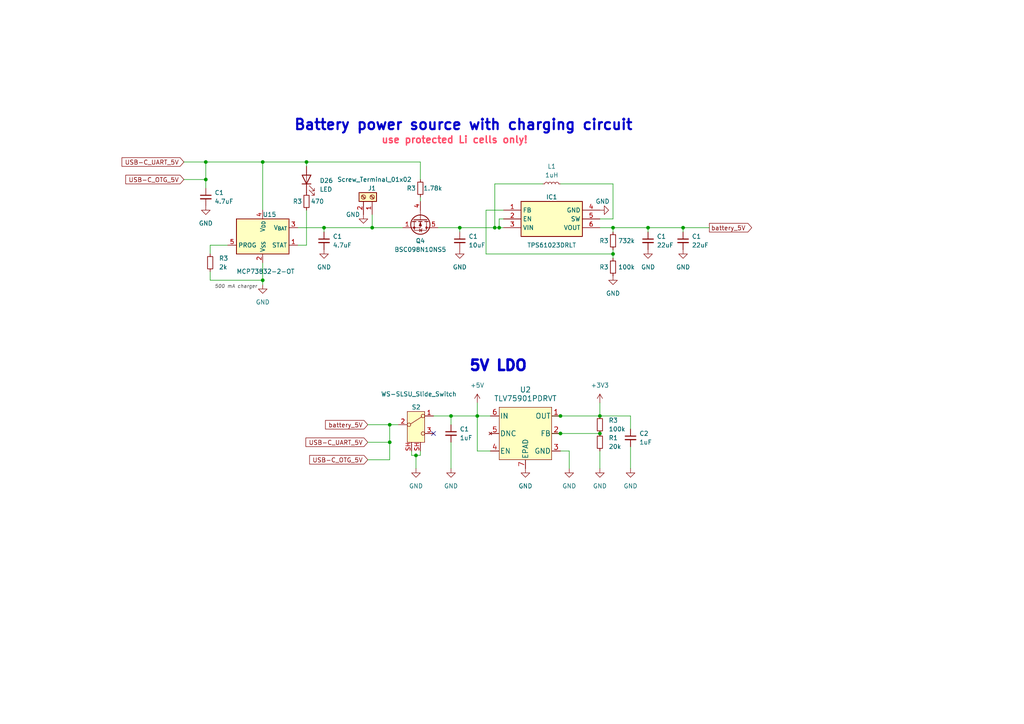
<source format=kicad_sch>
(kicad_sch (version 20230121) (generator eeschema)

  (uuid d126de6f-ace3-487f-be35-7a754464d94b)

  (paper "A4")

  (title_block
    (title "Keypad board")
    (date "2023-11-15")
    (rev "1.1")
  )

  (lib_symbols
    (symbol "Battery_Management:MCP73832-2-OT" (in_bom yes) (on_board yes)
      (property "Reference" "U" (at -7.62 6.35 0)
        (effects (font (size 1.27 1.27)) (justify left))
      )
      (property "Value" "MCP73832-2-OT" (at 1.27 6.35 0)
        (effects (font (size 1.27 1.27)) (justify left))
      )
      (property "Footprint" "Package_TO_SOT_SMD:SOT-23-5" (at 1.27 -6.35 0)
        (effects (font (size 1.27 1.27) italic) (justify left) hide)
      )
      (property "Datasheet" "http://ww1.microchip.com/downloads/en/DeviceDoc/20001984g.pdf" (at -3.81 -1.27 0)
        (effects (font (size 1.27 1.27)) hide)
      )
      (property "ki_keywords" "battery charger lithium" (at 0 0 0)
        (effects (font (size 1.27 1.27)) hide)
      )
      (property "ki_description" "Single cell, Li-Ion/Li-Po charge management controller, 4.20V, Open-Drain Status Output, in SOT23-5 package" (at 0 0 0)
        (effects (font (size 1.27 1.27)) hide)
      )
      (property "ki_fp_filters" "SOT?23*" (at 0 0 0)
        (effects (font (size 1.27 1.27)) hide)
      )
      (symbol "MCP73832-2-OT_0_1"
        (rectangle (start -7.62 5.08) (end 7.62 -5.08)
          (stroke (width 0.254) (type default))
          (fill (type background))
        )
      )
      (symbol "MCP73832-2-OT_1_1"
        (pin output line (at 10.16 -2.54 180) (length 2.54)
          (name "STAT" (effects (font (size 1.27 1.27))))
          (number "1" (effects (font (size 1.27 1.27))))
        )
        (pin power_in line (at 0 -7.62 90) (length 2.54)
          (name "V_{SS}" (effects (font (size 1.27 1.27))))
          (number "2" (effects (font (size 1.27 1.27))))
        )
        (pin power_out line (at 10.16 2.54 180) (length 2.54)
          (name "V_{BAT}" (effects (font (size 1.27 1.27))))
          (number "3" (effects (font (size 1.27 1.27))))
        )
        (pin power_in line (at 0 7.62 270) (length 2.54)
          (name "V_{DD}" (effects (font (size 1.27 1.27))))
          (number "4" (effects (font (size 1.27 1.27))))
        )
        (pin input line (at -10.16 -2.54 0) (length 2.54)
          (name "PROG" (effects (font (size 1.27 1.27))))
          (number "5" (effects (font (size 1.27 1.27))))
        )
      )
    )
    (symbol "Connector:Screw_Terminal_01x02" (pin_names (offset 1.016) hide) (in_bom yes) (on_board yes)
      (property "Reference" "J" (at 0 2.54 0)
        (effects (font (size 1.27 1.27)))
      )
      (property "Value" "Screw_Terminal_01x02" (at 0 -5.08 0)
        (effects (font (size 1.27 1.27)))
      )
      (property "Footprint" "" (at 0 0 0)
        (effects (font (size 1.27 1.27)) hide)
      )
      (property "Datasheet" "~" (at 0 0 0)
        (effects (font (size 1.27 1.27)) hide)
      )
      (property "ki_keywords" "screw terminal" (at 0 0 0)
        (effects (font (size 1.27 1.27)) hide)
      )
      (property "ki_description" "Generic screw terminal, single row, 01x02, script generated (kicad-library-utils/schlib/autogen/connector/)" (at 0 0 0)
        (effects (font (size 1.27 1.27)) hide)
      )
      (property "ki_fp_filters" "TerminalBlock*:*" (at 0 0 0)
        (effects (font (size 1.27 1.27)) hide)
      )
      (symbol "Screw_Terminal_01x02_1_1"
        (rectangle (start -1.27 1.27) (end 1.27 -3.81)
          (stroke (width 0.254) (type default))
          (fill (type background))
        )
        (circle (center 0 -2.54) (radius 0.635)
          (stroke (width 0.1524) (type default))
          (fill (type none))
        )
        (polyline
          (pts
            (xy -0.5334 -2.2098)
            (xy 0.3302 -3.048)
          )
          (stroke (width 0.1524) (type default))
          (fill (type none))
        )
        (polyline
          (pts
            (xy -0.5334 0.3302)
            (xy 0.3302 -0.508)
          )
          (stroke (width 0.1524) (type default))
          (fill (type none))
        )
        (polyline
          (pts
            (xy -0.3556 -2.032)
            (xy 0.508 -2.8702)
          )
          (stroke (width 0.1524) (type default))
          (fill (type none))
        )
        (polyline
          (pts
            (xy -0.3556 0.508)
            (xy 0.508 -0.3302)
          )
          (stroke (width 0.1524) (type default))
          (fill (type none))
        )
        (circle (center 0 0) (radius 0.635)
          (stroke (width 0.1524) (type default))
          (fill (type none))
        )
        (pin passive line (at -5.08 0 0) (length 3.81)
          (name "Pin_1" (effects (font (size 1.27 1.27))))
          (number "1" (effects (font (size 1.27 1.27))))
        )
        (pin passive line (at -5.08 -2.54 0) (length 3.81)
          (name "Pin_2" (effects (font (size 1.27 1.27))))
          (number "2" (effects (font (size 1.27 1.27))))
        )
      )
    )
    (symbol "PUTRocketLab_semiconductors:LED" (pin_numbers hide) (pin_names (offset 1.016) hide) (in_bom yes) (on_board yes)
      (property "Reference" "D" (at 0 2.54 0)
        (effects (font (size 1.27 1.27)))
      )
      (property "Value" "LED" (at 0 -2.54 0)
        (effects (font (size 1.27 1.27)))
      )
      (property "Footprint" "" (at 0 0 0)
        (effects (font (size 1.27 1.27)) hide)
      )
      (property "Datasheet" "~" (at 0 0 0)
        (effects (font (size 1.27 1.27)) hide)
      )
      (property "ki_keywords" "LED diode" (at 0 0 0)
        (effects (font (size 1.27 1.27)) hide)
      )
      (property "ki_description" "Light emitting diode" (at 0 0 0)
        (effects (font (size 1.27 1.27)) hide)
      )
      (property "ki_fp_filters" "LED* LED_SMD:* LED_THT:*" (at 0 0 0)
        (effects (font (size 1.27 1.27)) hide)
      )
      (symbol "LED_0_1"
        (polyline
          (pts
            (xy -1.27 -1.27)
            (xy -1.27 1.27)
          )
          (stroke (width 0.254) (type default))
          (fill (type none))
        )
        (polyline
          (pts
            (xy -1.27 0)
            (xy 1.27 0)
          )
          (stroke (width 0) (type default))
          (fill (type none))
        )
        (polyline
          (pts
            (xy 1.27 -1.27)
            (xy 1.27 1.27)
            (xy -1.27 0)
            (xy 1.27 -1.27)
          )
          (stroke (width 0.254) (type default))
          (fill (type none))
        )
        (polyline
          (pts
            (xy -3.048 -0.762)
            (xy -4.572 -2.286)
            (xy -3.81 -2.286)
            (xy -4.572 -2.286)
            (xy -4.572 -1.524)
          )
          (stroke (width 0) (type default))
          (fill (type none))
        )
        (polyline
          (pts
            (xy -1.778 -0.762)
            (xy -3.302 -2.286)
            (xy -2.54 -2.286)
            (xy -3.302 -2.286)
            (xy -3.302 -1.524)
          )
          (stroke (width 0) (type default))
          (fill (type none))
        )
      )
      (symbol "LED_1_1"
        (pin passive line (at -3.81 0 0) (length 2.54)
          (name "K" (effects (font (size 1.27 1.27))))
          (number "1" (effects (font (size 1.27 1.27))))
        )
        (pin passive line (at 3.81 0 180) (length 2.54)
          (name "A" (effects (font (size 1.27 1.27))))
          (number "2" (effects (font (size 1.27 1.27))))
        )
      )
    )
    (symbol "PUTRocketLab_supply:+3.3V" (power) (pin_names (offset 0)) (in_bom yes) (on_board yes)
      (property "Reference" "#PWR" (at 0 -3.81 0)
        (effects (font (size 1.27 1.27)) hide)
      )
      (property "Value" "+3.3V" (at 0 3.556 0)
        (effects (font (size 1.27 1.27)))
      )
      (property "Footprint" "" (at 0 0 0)
        (effects (font (size 1.27 1.27)) hide)
      )
      (property "Datasheet" "" (at 0 0 0)
        (effects (font (size 1.27 1.27)) hide)
      )
      (property "ki_keywords" "power-flag" (at 0 0 0)
        (effects (font (size 1.27 1.27)) hide)
      )
      (property "ki_description" "Power symbol creates a global label with name \"+3.3V\"" (at 0 0 0)
        (effects (font (size 1.27 1.27)) hide)
      )
      (symbol "+3.3V_0_1"
        (polyline
          (pts
            (xy -0.762 1.27)
            (xy 0 2.54)
          )
          (stroke (width 0) (type default))
          (fill (type none))
        )
        (polyline
          (pts
            (xy 0 0)
            (xy 0 2.54)
          )
          (stroke (width 0) (type default))
          (fill (type none))
        )
        (polyline
          (pts
            (xy 0 2.54)
            (xy 0.762 1.27)
          )
          (stroke (width 0) (type default))
          (fill (type none))
        )
      )
      (symbol "+3.3V_1_1"
        (pin power_in line (at 0 0 90) (length 0) hide
          (name "+3V3" (effects (font (size 1.27 1.27))))
          (number "1" (effects (font (size 1.27 1.27))))
        )
      )
    )
    (symbol "PUTRocketLab_supply:GND" (power) (pin_names (offset 0)) (in_bom yes) (on_board yes)
      (property "Reference" "#PWR" (at 0 -6.35 0)
        (effects (font (size 1.27 1.27)) hide)
      )
      (property "Value" "GND" (at 0 -3.81 0)
        (effects (font (size 1.27 1.27)))
      )
      (property "Footprint" "" (at 0 0 0)
        (effects (font (size 1.27 1.27)) hide)
      )
      (property "Datasheet" "" (at 0 0 0)
        (effects (font (size 1.27 1.27)) hide)
      )
      (property "ki_keywords" "power-flag" (at 0 0 0)
        (effects (font (size 1.27 1.27)) hide)
      )
      (property "ki_description" "Power symbol creates a global label with name \"GND\" , ground" (at 0 0 0)
        (effects (font (size 1.27 1.27)) hide)
      )
      (symbol "GND_0_1"
        (polyline
          (pts
            (xy 0 0)
            (xy 0 -1.27)
            (xy 1.27 -1.27)
            (xy 0 -2.54)
            (xy -1.27 -1.27)
            (xy 0 -1.27)
          )
          (stroke (width 0) (type default))
          (fill (type none))
        )
      )
      (symbol "GND_1_1"
        (pin power_in line (at 0 0 270) (length 0) hide
          (name "GND" (effects (font (size 1.27 1.27))))
          (number "1" (effects (font (size 1.27 1.27))))
        )
      )
    )
    (symbol "PUT_RocketLab_IC:TLV75901PDRVT" (pin_names (offset 0.254)) (in_bom yes) (on_board yes)
      (property "Reference" "U" (at -6.35 13.97 0)
        (effects (font (size 1.524 1.524)))
      )
      (property "Value" "TLV75901PDRVT" (at 1.27 11.43 0)
        (effects (font (size 1.524 1.524)))
      )
      (property "Footprint" "DRV6_1X1P6_TEX" (at 1.27 8.89 0)
        (effects (font (size 1.524 1.524)) hide)
      )
      (property "Datasheet" "" (at -15.24 10.16 0)
        (effects (font (size 1.524 1.524)))
      )
      (property "ki_locked" "" (at 0 0 0)
        (effects (font (size 1.27 1.27)))
      )
      (property "ki_fp_filters" "DRV6_1X1P6_TEX" (at 0 0 0)
        (effects (font (size 1.27 1.27)) hide)
      )
      (symbol "TLV75901PDRVT_1_1"
        (rectangle (start -7.62 -7.62) (end 7.62 7.62)
          (stroke (width 0) (type default))
          (fill (type background))
        )
        (pin power_out line (at -10.16 5.08 0) (length 2.54)
          (name "OUT" (effects (font (size 1.4986 1.4986))))
          (number "1" (effects (font (size 1.4986 1.4986))))
        )
        (pin input line (at -10.16 0 0) (length 2.54)
          (name "FB" (effects (font (size 1.4986 1.4986))))
          (number "2" (effects (font (size 1.4986 1.4986))))
        )
        (pin power_in line (at -10.16 -5.08 0) (length 2.54)
          (name "GND" (effects (font (size 1.4986 1.4986))))
          (number "3" (effects (font (size 1.4986 1.4986))))
        )
        (pin input line (at 10.16 -5.08 180) (length 2.54)
          (name "EN" (effects (font (size 1.4986 1.4986))))
          (number "4" (effects (font (size 1.4986 1.4986))))
        )
        (pin no_connect line (at 10.16 0 180) (length 2.54)
          (name "DNC" (effects (font (size 1.4986 1.4986))))
          (number "5" (effects (font (size 1.4986 1.4986))))
        )
        (pin power_in line (at 10.16 5.08 180) (length 2.54)
          (name "IN" (effects (font (size 1.4986 1.4986))))
          (number "6" (effects (font (size 1.4986 1.4986))))
        )
        (pin passive line (at 0 -10.16 90) (length 2.54)
          (name "EPAD" (effects (font (size 1.4986 1.4986))))
          (number "7" (effects (font (size 1.4986 1.4986))))
        )
      )
    )
    (symbol "PUT_RocketLab_IC:TPS61023DRLT" (in_bom yes) (on_board yes)
      (property "Reference" "IC" (at 24.13 7.62 0)
        (effects (font (size 1.27 1.27)) (justify left top))
      )
      (property "Value" "TPS61023DRLT" (at 24.13 5.08 0)
        (effects (font (size 1.27 1.27)) (justify left top))
      )
      (property "Footprint" "SOTFL50P160X60-6N" (at 24.13 -94.92 0)
        (effects (font (size 1.27 1.27)) (justify left top) hide)
      )
      (property "Datasheet" "http://www.ti.com/general/docs/suppproductinfo.tsp?distId=10&gotoUrl=http%3A%2F%2Fwww.ti.com%2Flit%2Fgpn%2Ftps61023" (at 24.13 -194.92 0)
        (effects (font (size 1.27 1.27)) (justify left top) hide)
      )
      (property "Height" "0.6" (at 24.13 -394.92 0)
        (effects (font (size 1.27 1.27)) (justify left top) hide)
      )
      (property "Mouser Part Number" "595-TPS61023DRLT" (at 24.13 -494.92 0)
        (effects (font (size 1.27 1.27)) (justify left top) hide)
      )
      (property "Mouser Price/Stock" "https://www.mouser.co.uk/ProductDetail/Texas-Instruments/TPS61023DRLT?qs=BJlw7L4Cy78Zr3IJIU3gNw%3D%3D" (at 24.13 -594.92 0)
        (effects (font (size 1.27 1.27)) (justify left top) hide)
      )
      (property "Manufacturer_Name" "Texas Instruments" (at 24.13 -694.92 0)
        (effects (font (size 1.27 1.27)) (justify left top) hide)
      )
      (property "Manufacturer_Part_Number" "TPS61023DRLT" (at 24.13 -794.92 0)
        (effects (font (size 1.27 1.27)) (justify left top) hide)
      )
      (property "ki_description" "Switching Voltage Regulators 3-A boost converter with 0.5-V ultra-low input voltage 6-SOT-5X3 -40 to 125" (at 0 0 0)
        (effects (font (size 1.27 1.27)) hide)
      )
      (symbol "TPS61023DRLT_1_1"
        (rectangle (start 5.08 2.54) (end 22.86 -7.62)
          (stroke (width 0.254) (type default))
          (fill (type background))
        )
        (pin passive line (at 0 0 0) (length 5.08)
          (name "FB" (effects (font (size 1.27 1.27))))
          (number "1" (effects (font (size 1.27 1.27))))
        )
        (pin passive line (at 0 -2.54 0) (length 5.08)
          (name "EN" (effects (font (size 1.27 1.27))))
          (number "2" (effects (font (size 1.27 1.27))))
        )
        (pin passive line (at 0 -5.08 0) (length 5.08)
          (name "VIN" (effects (font (size 1.27 1.27))))
          (number "3" (effects (font (size 1.27 1.27))))
        )
        (pin passive line (at 27.94 0 180) (length 5.08)
          (name "GND" (effects (font (size 1.27 1.27))))
          (number "4" (effects (font (size 1.27 1.27))))
        )
        (pin passive line (at 27.94 -2.54 180) (length 5.08)
          (name "SW" (effects (font (size 1.27 1.27))))
          (number "5" (effects (font (size 1.27 1.27))))
        )
        (pin passive line (at 27.94 -5.08 180) (length 5.08)
          (name "VOUT" (effects (font (size 1.27 1.27))))
          (number "6" (effects (font (size 1.27 1.27))))
        )
      )
    )
    (symbol "PUT_RocketLab_misc:WS-SLSU_Slide_Switch" (in_bom yes) (on_board yes)
      (property "Reference" "S?" (at 0 9.525 0)
        (effects (font (size 1.27 1.27)))
      )
      (property "Value" "WS-SLSU_Slide_Switch" (at 1.27 5.08 0)
        (effects (font (size 1.27 1.27)))
      )
      (property "Footprint" "PUTRocketLab_other:EG1206A" (at 0 0 0)
        (effects (font (size 1.27 1.27)) hide)
      )
      (property "Datasheet" "" (at 0 0 0)
        (effects (font (size 1.27 1.27)) hide)
      )
      (symbol "WS-SLSU_Slide_Switch_0_0"
        (circle (center -2.032 0) (radius 0.508)
          (stroke (width 0) (type default))
          (fill (type none))
        )
        (circle (center 2.032 -2.54) (radius 0.508)
          (stroke (width 0) (type default))
          (fill (type none))
        )
      )
      (symbol "WS-SLSU_Slide_Switch_0_1"
        (rectangle (start -2.54 3.81) (end 2.54 -5.08)
          (stroke (width 0) (type default))
          (fill (type background))
        )
        (polyline
          (pts
            (xy -1.524 0.254)
            (xy 1.651 2.286)
          )
          (stroke (width 0) (type default))
          (fill (type none))
        )
        (circle (center 2.032 2.54) (radius 0.508)
          (stroke (width 0) (type default))
          (fill (type none))
        )
      )
      (symbol "WS-SLSU_Slide_Switch_1_1"
        (pin passive line (at 5.08 2.54 180) (length 2.54)
          (name "~" (effects (font (size 1.27 1.27))))
          (number "1" (effects (font (size 1.27 1.27))))
        )
        (pin passive line (at -5.08 0 0) (length 2.54)
          (name "~" (effects (font (size 1.27 1.27))))
          (number "2" (effects (font (size 1.27 1.27))))
        )
        (pin passive line (at 5.08 -2.54 180) (length 2.54)
          (name "~" (effects (font (size 1.27 1.27))))
          (number "3" (effects (font (size 1.27 1.27))))
        )
        (pin passive line (at -1.27 -7.62 90) (length 2.54)
          (name "~" (effects (font (size 1.27 1.27))))
          (number "SH" (effects (font (size 1.27 1.27))))
        )
        (pin passive line (at 1.27 -7.62 90) (length 2.54)
          (name "~" (effects (font (size 1.27 1.27))))
          (number "SH" (effects (font (size 1.27 1.27))))
        )
      )
    )
    (symbol "PUT_RocketLab_power:+5V" (power) (pin_names (offset 0)) (in_bom yes) (on_board yes)
      (property "Reference" "#PWR" (at 0 -3.81 0)
        (effects (font (size 1.27 1.27)) hide)
      )
      (property "Value" "+5V" (at 0 3.556 0)
        (effects (font (size 1.27 1.27)))
      )
      (property "Footprint" "" (at 0 0 0)
        (effects (font (size 1.27 1.27)) hide)
      )
      (property "Datasheet" "" (at 0 0 0)
        (effects (font (size 1.27 1.27)) hide)
      )
      (property "ki_keywords" "power-flag" (at 0 0 0)
        (effects (font (size 1.27 1.27)) hide)
      )
      (property "ki_description" "Power symbol creates a global label with name \"+5V\"" (at 0 0 0)
        (effects (font (size 1.27 1.27)) hide)
      )
      (symbol "+5V_0_1"
        (polyline
          (pts
            (xy -0.762 1.27)
            (xy 0 2.54)
          )
          (stroke (width 0) (type default))
          (fill (type none))
        )
        (polyline
          (pts
            (xy 0 0)
            (xy 0 2.54)
          )
          (stroke (width 0) (type default))
          (fill (type none))
        )
        (polyline
          (pts
            (xy 0 2.54)
            (xy 0.762 1.27)
          )
          (stroke (width 0) (type default))
          (fill (type none))
        )
      )
      (symbol "+5V_1_1"
        (pin power_in line (at 0 0 90) (length 0) hide
          (name "+5V" (effects (font (size 1.27 1.27))))
          (number "1" (effects (font (size 1.27 1.27))))
        )
      )
    )
    (symbol "PutRocketLab_RCL:C_Small" (pin_numbers hide) (pin_names (offset 0.254) hide) (in_bom yes) (on_board yes)
      (property "Reference" "C" (at 0.254 1.778 0)
        (effects (font (size 1.27 1.27)) (justify left))
      )
      (property "Value" "C_Small" (at 0.254 -2.032 0)
        (effects (font (size 1.27 1.27)) (justify left))
      )
      (property "Footprint" "" (at 0 0 0)
        (effects (font (size 1.27 1.27)) hide)
      )
      (property "Datasheet" "~" (at 0 0 0)
        (effects (font (size 1.27 1.27)) hide)
      )
      (property "ki_keywords" "capacitor cap" (at 0 0 0)
        (effects (font (size 1.27 1.27)) hide)
      )
      (property "ki_description" "Unpolarized capacitor, small symbol" (at 0 0 0)
        (effects (font (size 1.27 1.27)) hide)
      )
      (property "ki_fp_filters" "C_*" (at 0 0 0)
        (effects (font (size 1.27 1.27)) hide)
      )
      (symbol "C_Small_0_1"
        (polyline
          (pts
            (xy -1.524 -0.508)
            (xy 1.524 -0.508)
          )
          (stroke (width 0.3302) (type default))
          (fill (type none))
        )
        (polyline
          (pts
            (xy -1.524 0.508)
            (xy 1.524 0.508)
          )
          (stroke (width 0.3048) (type default))
          (fill (type none))
        )
      )
      (symbol "C_Small_1_1"
        (pin passive line (at 0 2.54 270) (length 2.032)
          (name "~" (effects (font (size 1.27 1.27))))
          (number "1" (effects (font (size 1.27 1.27))))
        )
        (pin passive line (at 0 -2.54 90) (length 2.032)
          (name "~" (effects (font (size 1.27 1.27))))
          (number "2" (effects (font (size 1.27 1.27))))
        )
      )
    )
    (symbol "PutRocketLab_RCL:L_Small" (pin_numbers hide) (pin_names (offset 0.254) hide) (in_bom yes) (on_board yes)
      (property "Reference" "L" (at 0.762 1.016 0)
        (effects (font (size 1.27 1.27)) (justify left))
      )
      (property "Value" "L_Small" (at 0.762 -1.016 0)
        (effects (font (size 1.27 1.27)) (justify left))
      )
      (property "Footprint" "" (at 0 0 0)
        (effects (font (size 1.27 1.27)) hide)
      )
      (property "Datasheet" "~" (at 0 0 0)
        (effects (font (size 1.27 1.27)) hide)
      )
      (property "ki_keywords" "inductor choke coil reactor magnetic" (at 0 0 0)
        (effects (font (size 1.27 1.27)) hide)
      )
      (property "ki_description" "Inductor, small symbol" (at 0 0 0)
        (effects (font (size 1.27 1.27)) hide)
      )
      (property "ki_fp_filters" "Choke_* *Coil* Inductor_* L_*" (at 0 0 0)
        (effects (font (size 1.27 1.27)) hide)
      )
      (symbol "L_Small_0_1"
        (arc (start 0 -2.032) (mid 0.5058 -1.524) (end 0 -1.016)
          (stroke (width 0) (type default))
          (fill (type none))
        )
        (arc (start 0 -1.016) (mid 0.5058 -0.508) (end 0 0)
          (stroke (width 0) (type default))
          (fill (type none))
        )
        (arc (start 0 0) (mid 0.5058 0.508) (end 0 1.016)
          (stroke (width 0) (type default))
          (fill (type none))
        )
        (arc (start 0 1.016) (mid 0.5058 1.524) (end 0 2.032)
          (stroke (width 0) (type default))
          (fill (type none))
        )
      )
      (symbol "L_Small_1_1"
        (pin passive line (at 0 2.54 270) (length 0.508)
          (name "~" (effects (font (size 1.27 1.27))))
          (number "1" (effects (font (size 1.27 1.27))))
        )
        (pin passive line (at 0 -2.54 90) (length 0.508)
          (name "~" (effects (font (size 1.27 1.27))))
          (number "2" (effects (font (size 1.27 1.27))))
        )
      )
    )
    (symbol "PutRocketLab_RCL:R_Small" (pin_numbers hide) (pin_names (offset 0.254) hide) (in_bom yes) (on_board yes)
      (property "Reference" "R" (at 0.762 0.508 0)
        (effects (font (size 1.27 1.27)) (justify left))
      )
      (property "Value" "R_Small" (at 0.762 -1.016 0)
        (effects (font (size 1.27 1.27)) (justify left))
      )
      (property "Footprint" "" (at 0 0 0)
        (effects (font (size 1.27 1.27)) hide)
      )
      (property "Datasheet" "~" (at 0 0 0)
        (effects (font (size 1.27 1.27)) hide)
      )
      (property "ki_keywords" "R resistor" (at 0 0 0)
        (effects (font (size 1.27 1.27)) hide)
      )
      (property "ki_description" "Resistor, small symbol" (at 0 0 0)
        (effects (font (size 1.27 1.27)) hide)
      )
      (property "ki_fp_filters" "R_*" (at 0 0 0)
        (effects (font (size 1.27 1.27)) hide)
      )
      (symbol "R_Small_0_1"
        (rectangle (start -0.762 1.778) (end 0.762 -1.778)
          (stroke (width 0.2032) (type default))
          (fill (type none))
        )
      )
      (symbol "R_Small_1_1"
        (pin passive line (at 0 2.54 270) (length 0.762)
          (name "~" (effects (font (size 1.27 1.27))))
          (number "1" (effects (font (size 1.27 1.27))))
        )
        (pin passive line (at 0 -2.54 90) (length 0.762)
          (name "~" (effects (font (size 1.27 1.27))))
          (number "2" (effects (font (size 1.27 1.27))))
        )
      )
    )
    (symbol "Transistor_FET:BSC098N10NS5" (pin_names hide) (in_bom yes) (on_board yes)
      (property "Reference" "Q" (at 5.08 1.905 0)
        (effects (font (size 1.27 1.27)) (justify left))
      )
      (property "Value" "BSC098N10NS5" (at 5.08 0 0)
        (effects (font (size 1.27 1.27)) (justify left))
      )
      (property "Footprint" "Package_TO_SOT_SMD:TDSON-8-1" (at 5.08 -1.905 0)
        (effects (font (size 1.27 1.27) italic) (justify left) hide)
      )
      (property "Datasheet" "http://www.infineon.com/dgdl/Infineon-BSC098N10NS5-DS-v02_00-EN.pdf?fileId=5546d4624ad04ef9014ae95ab4221bfd" (at 0 0 90)
        (effects (font (size 1.27 1.27)) (justify left) hide)
      )
      (property "ki_keywords" "OptiMOS Power MOSFET N-MOS" (at 0 0 0)
        (effects (font (size 1.27 1.27)) hide)
      )
      (property "ki_description" "60A Id, 100V Vds, OptiMOS N-Channel Power MOSFET, 9.8mOhm Ron, Qg (typ) 22.0nC, PG-TDSON-8" (at 0 0 0)
        (effects (font (size 1.27 1.27)) hide)
      )
      (property "ki_fp_filters" "TDSON*" (at 0 0 0)
        (effects (font (size 1.27 1.27)) hide)
      )
      (symbol "BSC098N10NS5_0_1"
        (polyline
          (pts
            (xy 0.254 0)
            (xy -2.54 0)
          )
          (stroke (width 0) (type default))
          (fill (type none))
        )
        (polyline
          (pts
            (xy 0.254 1.905)
            (xy 0.254 -1.905)
          )
          (stroke (width 0.254) (type default))
          (fill (type none))
        )
        (polyline
          (pts
            (xy 0.762 -1.27)
            (xy 0.762 -2.286)
          )
          (stroke (width 0.254) (type default))
          (fill (type none))
        )
        (polyline
          (pts
            (xy 0.762 0.508)
            (xy 0.762 -0.508)
          )
          (stroke (width 0.254) (type default))
          (fill (type none))
        )
        (polyline
          (pts
            (xy 0.762 2.286)
            (xy 0.762 1.27)
          )
          (stroke (width 0.254) (type default))
          (fill (type none))
        )
        (polyline
          (pts
            (xy 2.54 2.54)
            (xy 2.54 1.778)
          )
          (stroke (width 0) (type default))
          (fill (type none))
        )
        (polyline
          (pts
            (xy 2.54 -2.54)
            (xy 2.54 0)
            (xy 0.762 0)
          )
          (stroke (width 0) (type default))
          (fill (type none))
        )
        (polyline
          (pts
            (xy 0.762 -1.778)
            (xy 3.302 -1.778)
            (xy 3.302 1.778)
            (xy 0.762 1.778)
          )
          (stroke (width 0) (type default))
          (fill (type none))
        )
        (polyline
          (pts
            (xy 1.016 0)
            (xy 2.032 0.381)
            (xy 2.032 -0.381)
            (xy 1.016 0)
          )
          (stroke (width 0) (type default))
          (fill (type outline))
        )
        (polyline
          (pts
            (xy 2.794 0.508)
            (xy 2.921 0.381)
            (xy 3.683 0.381)
            (xy 3.81 0.254)
          )
          (stroke (width 0) (type default))
          (fill (type none))
        )
        (polyline
          (pts
            (xy 3.302 0.381)
            (xy 2.921 -0.254)
            (xy 3.683 -0.254)
            (xy 3.302 0.381)
          )
          (stroke (width 0) (type default))
          (fill (type none))
        )
        (circle (center 1.651 0) (radius 2.794)
          (stroke (width 0.254) (type default))
          (fill (type none))
        )
        (circle (center 2.54 -1.778) (radius 0.254)
          (stroke (width 0) (type default))
          (fill (type outline))
        )
        (circle (center 2.54 1.778) (radius 0.254)
          (stroke (width 0) (type default))
          (fill (type outline))
        )
      )
      (symbol "BSC098N10NS5_1_1"
        (pin passive line (at 2.54 -5.08 90) (length 2.54)
          (name "S" (effects (font (size 1.27 1.27))))
          (number "1" (effects (font (size 1.27 1.27))))
        )
        (pin passive line (at 2.54 -5.08 90) (length 2.54) hide
          (name "S" (effects (font (size 1.27 1.27))))
          (number "2" (effects (font (size 1.27 1.27))))
        )
        (pin passive line (at 2.54 -5.08 90) (length 2.54) hide
          (name "S" (effects (font (size 1.27 1.27))))
          (number "3" (effects (font (size 1.27 1.27))))
        )
        (pin passive line (at -5.08 0 0) (length 2.54)
          (name "G" (effects (font (size 1.27 1.27))))
          (number "4" (effects (font (size 1.27 1.27))))
        )
        (pin passive line (at 2.54 5.08 270) (length 2.54)
          (name "D" (effects (font (size 1.27 1.27))))
          (number "5" (effects (font (size 1.27 1.27))))
        )
      )
    )
  )

  (junction (at 198.12 66.04) (diameter 0) (color 0 0 0 0)
    (uuid 083f12ef-8067-464c-b555-a90af97e41be)
  )
  (junction (at 144.78 66.04) (diameter 0) (color 0 0 0 0)
    (uuid 08d60e03-9932-4209-8a6d-a99475e49df2)
  )
  (junction (at 138.43 120.65) (diameter 0) (color 0 0 0 0)
    (uuid 134184b1-3311-4845-a319-13a5b9c88f59)
  )
  (junction (at 120.65 132.08) (diameter 0) (color 0 0 0 0)
    (uuid 1760c2f9-d282-4637-b1d8-9d58e660d42d)
  )
  (junction (at 187.96 66.04) (diameter 0) (color 0 0 0 0)
    (uuid 179b8c30-fa00-4fc0-b6f8-b354293dd71c)
  )
  (junction (at 162.56 120.65) (diameter 0) (color 0 0 0 0)
    (uuid 1f01ee26-4343-43df-8336-ebcf5162664b)
  )
  (junction (at 59.69 52.07) (diameter 0) (color 0 0 0 0)
    (uuid 2c7388fe-4cfe-4d7e-ba47-63701c05d096)
  )
  (junction (at 76.2 46.99) (diameter 0) (color 0 0 0 0)
    (uuid 3a802544-2eae-4a19-a8e8-be2cb4e8cca1)
  )
  (junction (at 177.8 73.66) (diameter 0) (color 0 0 0 0)
    (uuid 3f332ba4-e546-451d-893f-26e79a2b36d2)
  )
  (junction (at 162.56 125.73) (diameter 0) (color 0 0 0 0)
    (uuid 41abb87f-d0f2-4ea5-8e5a-17a9b100c993)
  )
  (junction (at 59.69 46.99) (diameter 0) (color 0 0 0 0)
    (uuid 4ea42c89-acb6-4f1b-b912-f8dbcb5d81fa)
  )
  (junction (at 113.03 128.27) (diameter 0) (color 0 0 0 0)
    (uuid 5194957a-bcf5-48ac-a6a4-3cebf83ab19a)
  )
  (junction (at 113.03 123.19) (diameter 0) (color 0 0 0 0)
    (uuid 57e007b4-e552-4aea-8e67-17859a4c5fa4)
  )
  (junction (at 130.81 120.65) (diameter 0) (color 0 0 0 0)
    (uuid 586adcc1-be35-49e5-b102-df8865ef5730)
  )
  (junction (at 76.2 81.28) (diameter 0) (color 0 0 0 0)
    (uuid 65840e36-6967-445c-a71b-19ac807ff5ce)
  )
  (junction (at 93.98 66.04) (diameter 0) (color 0 0 0 0)
    (uuid 73c3571f-abc9-4df1-95ab-c135bdf505ce)
  )
  (junction (at 177.8 66.04) (diameter 0) (color 0 0 0 0)
    (uuid 80feaeb9-daa7-40af-ada4-aa5dfd9fee4c)
  )
  (junction (at 107.95 66.04) (diameter 0) (color 0 0 0 0)
    (uuid aa2cd6de-1514-4cb4-9a37-6c5677fca4c3)
  )
  (junction (at 173.99 120.65) (diameter 0) (color 0 0 0 0)
    (uuid afb1e04f-0139-4545-9c2a-bb6ed806550d)
  )
  (junction (at 173.99 125.73) (diameter 0) (color 0 0 0 0)
    (uuid b4bec750-e058-45ea-a4b6-0cb5d7f79854)
  )
  (junction (at 88.9 46.99) (diameter 0) (color 0 0 0 0)
    (uuid c5c26c4b-e77f-4519-8aef-ba264a811a61)
  )
  (junction (at 143.51 66.04) (diameter 0) (color 0 0 0 0)
    (uuid ea38befe-f381-41a2-a520-5080f6b2dd37)
  )
  (junction (at 133.35 66.04) (diameter 0) (color 0 0 0 0)
    (uuid f24e57a7-a362-48ff-8560-b1044782c39b)
  )

  (no_connect (at 125.73 125.73) (uuid 6c506c3e-5dc7-44fb-86aa-66ec465a2efe))

  (wire (pts (xy 146.05 60.96) (xy 140.97 60.96))
    (stroke (width 0) (type default))
    (uuid 0061a93a-c246-45d0-b20c-b56fbd2e84d6)
  )
  (wire (pts (xy 138.43 120.65) (xy 138.43 130.81))
    (stroke (width 0) (type default))
    (uuid 00d2e51c-ba74-436f-9c59-07ca5ec5b0b9)
  )
  (wire (pts (xy 144.78 63.5) (xy 146.05 63.5))
    (stroke (width 0) (type default))
    (uuid 0111d16b-946c-44c7-8e46-16673d982717)
  )
  (wire (pts (xy 106.68 133.35) (xy 113.03 133.35))
    (stroke (width 0) (type default))
    (uuid 0f0f1016-e4bf-441f-b104-aa91c4410ba5)
  )
  (wire (pts (xy 140.97 73.66) (xy 177.8 73.66))
    (stroke (width 0) (type default))
    (uuid 103a62e6-a655-4e0a-9efe-56b2fccd54c1)
  )
  (wire (pts (xy 125.73 120.65) (xy 130.81 120.65))
    (stroke (width 0) (type default))
    (uuid 11a77492-996f-40b0-83ff-5fbf81cb6493)
  )
  (wire (pts (xy 143.51 66.04) (xy 144.78 66.04))
    (stroke (width 0) (type default))
    (uuid 137b9a76-aa2b-4907-a08e-7153bc9cd1bb)
  )
  (wire (pts (xy 121.92 46.99) (xy 88.9 46.99))
    (stroke (width 0) (type default))
    (uuid 159114e2-937e-4821-970e-b6899da4932e)
  )
  (wire (pts (xy 162.56 125.73) (xy 173.99 125.73))
    (stroke (width 0) (type default))
    (uuid 1ad9c74b-a423-4898-a31f-9c7625bf500f)
  )
  (wire (pts (xy 143.51 53.34) (xy 143.51 66.04))
    (stroke (width 0) (type default))
    (uuid 1cd1546b-05b5-44cd-bcb4-2b71813a701a)
  )
  (wire (pts (xy 121.92 132.08) (xy 120.65 132.08))
    (stroke (width 0) (type default))
    (uuid 1e0e73c4-3625-493a-bdf9-0f206ffdf6bf)
  )
  (wire (pts (xy 142.24 120.65) (xy 138.43 120.65))
    (stroke (width 0) (type default))
    (uuid 2cbf8231-fa66-45e7-a0f2-2ec60d05e22e)
  )
  (wire (pts (xy 88.9 46.99) (xy 88.9 48.26))
    (stroke (width 0) (type default))
    (uuid 2f82fa20-3a4b-41ad-9461-c1c6f29467b0)
  )
  (wire (pts (xy 138.43 130.81) (xy 142.24 130.81))
    (stroke (width 0) (type default))
    (uuid 32aa3983-6391-424a-bab2-ed044f32d0e7)
  )
  (wire (pts (xy 107.95 66.04) (xy 93.98 66.04))
    (stroke (width 0) (type default))
    (uuid 34868f15-7e97-4851-9ce7-b3c3b566fb66)
  )
  (wire (pts (xy 107.95 62.23) (xy 107.95 66.04))
    (stroke (width 0) (type default))
    (uuid 3516b6b4-40c8-4130-82dc-59da813dd57f)
  )
  (wire (pts (xy 133.35 66.04) (xy 133.35 67.31))
    (stroke (width 0) (type default))
    (uuid 361941a5-85fd-4c8a-af3d-3cdb577adf75)
  )
  (wire (pts (xy 182.88 120.65) (xy 182.88 124.46))
    (stroke (width 0) (type default))
    (uuid 3826bc1c-693e-46a8-91fe-29a5e410019f)
  )
  (wire (pts (xy 182.88 120.65) (xy 173.99 120.65))
    (stroke (width 0) (type default))
    (uuid 39f2700f-9284-4781-8d39-0b7d749f29c2)
  )
  (wire (pts (xy 76.2 81.28) (xy 76.2 76.2))
    (stroke (width 0) (type default))
    (uuid 3a842368-92ee-4702-9a6d-9c07b44c8c12)
  )
  (wire (pts (xy 107.95 66.04) (xy 116.84 66.04))
    (stroke (width 0) (type default))
    (uuid 3d1bae61-19ef-4c78-ad5a-31c615caf787)
  )
  (wire (pts (xy 177.8 63.5) (xy 173.99 63.5))
    (stroke (width 0) (type default))
    (uuid 3ff55016-e5d4-44e9-96a6-feb5eef8630b)
  )
  (wire (pts (xy 53.34 46.99) (xy 59.69 46.99))
    (stroke (width 0) (type default))
    (uuid 40fcbc49-e2f3-4a9c-9918-f0aa90f3fde1)
  )
  (wire (pts (xy 59.69 46.99) (xy 59.69 52.07))
    (stroke (width 0) (type default))
    (uuid 4106e940-a454-4a76-b819-c9a3c86777f4)
  )
  (wire (pts (xy 127 66.04) (xy 133.35 66.04))
    (stroke (width 0) (type default))
    (uuid 43a9a6a6-5f9e-48db-a634-de6820c3ac7c)
  )
  (wire (pts (xy 119.38 132.08) (xy 119.38 130.81))
    (stroke (width 0) (type default))
    (uuid 45d0931d-52cb-4c11-8568-60a048010062)
  )
  (wire (pts (xy 60.96 71.12) (xy 60.96 73.66))
    (stroke (width 0) (type default))
    (uuid 464f309d-2860-48c4-8603-0419cbb82ac4)
  )
  (wire (pts (xy 76.2 81.28) (xy 76.2 82.55))
    (stroke (width 0) (type default))
    (uuid 49b193c4-3b66-4d4a-8e97-6e87076f108b)
  )
  (wire (pts (xy 177.8 73.66) (xy 177.8 74.93))
    (stroke (width 0) (type default))
    (uuid 4a03a7d0-82f2-42f4-bb45-2b20c14c33b4)
  )
  (wire (pts (xy 121.92 130.81) (xy 121.92 132.08))
    (stroke (width 0) (type default))
    (uuid 52f51e80-4a5b-4e41-b74a-3c07dfb41dcf)
  )
  (wire (pts (xy 130.81 120.65) (xy 130.81 123.19))
    (stroke (width 0) (type default))
    (uuid 55f55c1c-76fa-4c00-8cbe-c3cdf29b41dc)
  )
  (wire (pts (xy 177.8 53.34) (xy 177.8 63.5))
    (stroke (width 0) (type default))
    (uuid 56b903a1-9356-47cc-b211-44137abe96dd)
  )
  (wire (pts (xy 53.34 52.07) (xy 59.69 52.07))
    (stroke (width 0) (type default))
    (uuid 57442ee1-699b-4e04-830f-f588320826c7)
  )
  (wire (pts (xy 160.02 125.73) (xy 162.56 125.73))
    (stroke (width 0) (type default))
    (uuid 58e779ed-90bb-4c94-9d8e-55882e00e171)
  )
  (wire (pts (xy 173.99 66.04) (xy 177.8 66.04))
    (stroke (width 0) (type default))
    (uuid 5990076d-a87a-4a4c-be05-5cf42746cb72)
  )
  (wire (pts (xy 144.78 66.04) (xy 146.05 66.04))
    (stroke (width 0) (type default))
    (uuid 5ced7b4c-5bab-4d9d-9be4-766af5ca1295)
  )
  (wire (pts (xy 198.12 66.04) (xy 205.74 66.04))
    (stroke (width 0) (type default))
    (uuid 61b96fe3-ba53-4d54-99dc-76cd47bd9a72)
  )
  (wire (pts (xy 182.88 129.54) (xy 182.88 135.89))
    (stroke (width 0) (type default))
    (uuid 630e41bb-7dac-41de-b250-4ab12500e007)
  )
  (wire (pts (xy 162.56 120.65) (xy 173.99 120.65))
    (stroke (width 0) (type default))
    (uuid 64301e90-a13a-4bfc-aeb8-9d51bbc1a367)
  )
  (wire (pts (xy 165.1 130.81) (xy 162.56 130.81))
    (stroke (width 0) (type default))
    (uuid 6672d4fc-50fe-4ba3-95d8-53efc456e207)
  )
  (wire (pts (xy 177.8 66.04) (xy 177.8 67.31))
    (stroke (width 0) (type default))
    (uuid 6a847dba-703f-4773-ba54-5cbe6385e4b0)
  )
  (wire (pts (xy 173.99 116.84) (xy 173.99 120.65))
    (stroke (width 0) (type default))
    (uuid 6eeecb31-a1e9-4efd-844a-44929cdedff0)
  )
  (wire (pts (xy 76.2 46.99) (xy 76.2 60.96))
    (stroke (width 0) (type default))
    (uuid 6f5d037b-47e8-43b8-a6ec-41d2a6d9fffa)
  )
  (wire (pts (xy 120.65 132.08) (xy 120.65 135.89))
    (stroke (width 0) (type default))
    (uuid 73636b80-e104-4139-b18a-572c3312f2b7)
  )
  (wire (pts (xy 106.68 123.19) (xy 113.03 123.19))
    (stroke (width 0) (type default))
    (uuid 759af559-f98d-4a54-b6ee-66c107c6071c)
  )
  (wire (pts (xy 177.8 66.04) (xy 187.96 66.04))
    (stroke (width 0) (type default))
    (uuid 7829f593-b434-4606-b036-54445b928a40)
  )
  (wire (pts (xy 76.2 46.99) (xy 59.69 46.99))
    (stroke (width 0) (type default))
    (uuid 836ed2a1-6623-49e8-b9d7-02a27df4ed76)
  )
  (wire (pts (xy 66.04 71.12) (xy 60.96 71.12))
    (stroke (width 0) (type default))
    (uuid 854d9b29-943a-4bae-9b19-39dd718dbd2c)
  )
  (wire (pts (xy 173.99 135.89) (xy 173.99 130.81))
    (stroke (width 0) (type default))
    (uuid 8662d74d-466a-4f45-b3f7-40684649416c)
  )
  (wire (pts (xy 60.96 81.28) (xy 76.2 81.28))
    (stroke (width 0) (type default))
    (uuid 8950c9a7-62af-4dc8-ba30-be60239349e0)
  )
  (wire (pts (xy 113.03 123.19) (xy 113.03 128.27))
    (stroke (width 0) (type default))
    (uuid 8a69a11b-81f1-4960-8d8c-af830f867f98)
  )
  (wire (pts (xy 113.03 123.19) (xy 115.57 123.19))
    (stroke (width 0) (type default))
    (uuid 8dc7a064-0cd1-4298-b39d-f90f34dddf6c)
  )
  (wire (pts (xy 113.03 133.35) (xy 113.03 128.27))
    (stroke (width 0) (type default))
    (uuid 90f476f8-1b73-4e91-9f11-15c99adeaac7)
  )
  (wire (pts (xy 138.43 120.65) (xy 138.43 116.84))
    (stroke (width 0) (type default))
    (uuid 9c01652b-5fa9-4c96-8fda-1c88c8c50db6)
  )
  (wire (pts (xy 130.81 128.27) (xy 130.81 135.89))
    (stroke (width 0) (type default))
    (uuid 9d0ee192-ffda-46a0-91e1-0bcd93cd6730)
  )
  (wire (pts (xy 187.96 66.04) (xy 198.12 66.04))
    (stroke (width 0) (type default))
    (uuid a351fca9-cc9e-4dd2-8ad3-68999024cb02)
  )
  (wire (pts (xy 187.96 66.04) (xy 187.96 67.31))
    (stroke (width 0) (type default))
    (uuid a747d181-0932-4cfb-9035-d44bfcd97210)
  )
  (wire (pts (xy 162.56 53.34) (xy 177.8 53.34))
    (stroke (width 0) (type default))
    (uuid a7e46292-f20c-4b63-8801-7fac18cb6bd7)
  )
  (wire (pts (xy 76.2 46.99) (xy 88.9 46.99))
    (stroke (width 0) (type default))
    (uuid ac55791a-428d-437c-bdd5-d0bfa0e613ef)
  )
  (wire (pts (xy 144.78 63.5) (xy 144.78 66.04))
    (stroke (width 0) (type default))
    (uuid ad7c40de-688a-4e11-a17c-9482f3eec668)
  )
  (wire (pts (xy 59.69 54.61) (xy 59.69 52.07))
    (stroke (width 0) (type default))
    (uuid af79fed8-b1f2-40f7-afec-27c2be7e352e)
  )
  (wire (pts (xy 165.1 135.89) (xy 165.1 130.81))
    (stroke (width 0) (type default))
    (uuid c19f1f3f-ebe1-4866-94af-9a2d17d6f55b)
  )
  (wire (pts (xy 198.12 67.31) (xy 198.12 66.04))
    (stroke (width 0) (type default))
    (uuid c68b757a-c82d-4a88-a10c-44a97279a38e)
  )
  (wire (pts (xy 93.98 66.04) (xy 93.98 67.31))
    (stroke (width 0) (type default))
    (uuid cb509e9b-0000-4d69-bf56-ed39c85c70f0)
  )
  (wire (pts (xy 121.92 57.15) (xy 121.92 58.42))
    (stroke (width 0) (type default))
    (uuid cc695859-30f9-4c72-ae6a-3ca04c27d5c8)
  )
  (wire (pts (xy 140.97 60.96) (xy 140.97 73.66))
    (stroke (width 0) (type default))
    (uuid d0d7614b-8bcf-4069-9250-c059a6c0c8a5)
  )
  (wire (pts (xy 120.65 132.08) (xy 119.38 132.08))
    (stroke (width 0) (type default))
    (uuid d61d2f55-383f-48e6-8576-216f9947fc49)
  )
  (wire (pts (xy 106.68 128.27) (xy 113.03 128.27))
    (stroke (width 0) (type default))
    (uuid dc172276-c4f0-4d39-8fd7-daf525c991f6)
  )
  (wire (pts (xy 157.48 53.34) (xy 143.51 53.34))
    (stroke (width 0) (type default))
    (uuid e157d002-3ed9-422f-9569-ed040c6e26c4)
  )
  (wire (pts (xy 133.35 66.04) (xy 143.51 66.04))
    (stroke (width 0) (type default))
    (uuid e40c7bb6-6411-4767-9ecc-1430209d9040)
  )
  (wire (pts (xy 86.36 66.04) (xy 93.98 66.04))
    (stroke (width 0) (type default))
    (uuid e52fce6c-16c1-40bd-b767-fd99a702678d)
  )
  (wire (pts (xy 160.02 120.65) (xy 162.56 120.65))
    (stroke (width 0) (type default))
    (uuid e5a03c15-cb05-41f0-8b71-3f85b5d9f749)
  )
  (wire (pts (xy 60.96 78.74) (xy 60.96 81.28))
    (stroke (width 0) (type default))
    (uuid e5e46cb7-a659-4d80-8825-ceb3dbcc75a7)
  )
  (wire (pts (xy 177.8 72.39) (xy 177.8 73.66))
    (stroke (width 0) (type default))
    (uuid ee6304a5-99b2-45b8-a888-c752ad785561)
  )
  (wire (pts (xy 130.81 120.65) (xy 138.43 120.65))
    (stroke (width 0) (type default))
    (uuid eea7553e-7906-4757-ae78-16cdb8b2c52d)
  )
  (wire (pts (xy 88.9 60.96) (xy 88.9 71.12))
    (stroke (width 0) (type default))
    (uuid f10f461e-db6e-4246-a3b9-5bc54117fc68)
  )
  (wire (pts (xy 88.9 71.12) (xy 86.36 71.12))
    (stroke (width 0) (type default))
    (uuid f95f317c-1d8d-448f-a516-94ceeffaedaa)
  )
  (wire (pts (xy 121.92 52.07) (xy 121.92 46.99))
    (stroke (width 0) (type default))
    (uuid fe4ce600-58ba-4259-b13e-31bcb5acfb99)
  )

  (text "use protected Li cells only!" (at 110.49 41.91 0)
    (effects (font (size 2 2) (thickness 0.4) bold (color 255 71 100 1)) (justify left bottom))
    (uuid 28a51cd3-6b01-4ae2-855f-37206778100b)
  )
  (text "Battery power source with charging circuit" (at 85.09 38.1 0)
    (effects (font (size 3 3) (thickness 0.6) bold) (justify left bottom))
    (uuid 3038510c-33bc-4ef1-87f4-22bb448a0551)
  )
  (text "5V LDO" (at 135.89 107.95 0)
    (effects (font (size 3 3) (thickness 1) bold) (justify left bottom))
    (uuid c4d622df-b0ff-4384-9a52-31d9e473da46)
  )
  (text "500 mA charger" (at 62.23 83.82 0)
    (effects (font (size 1 1) italic (color 105 105 105 1)) (justify left bottom))
    (uuid ec38cd66-7546-4a61-8766-32f02d7cf22f)
  )

  (global_label "USB-C_OTG_5V" (shape input) (at 53.34 52.07 180) (fields_autoplaced)
    (effects (font (size 1.27 1.27)) (justify right))
    (uuid 06eca4d8-78f9-4a52-a828-9f44b49f6864)
    (property "Intersheetrefs" "${INTERSHEET_REFS}" (at 35.901 52.07 0)
      (effects (font (size 1.27 1.27)) (justify right) hide)
    )
  )
  (global_label "USB-C_OTG_5V" (shape input) (at 106.68 133.35 180) (fields_autoplaced)
    (effects (font (size 1.27 1.27)) (justify right))
    (uuid 2094c4e9-968e-45a0-9dd7-9ed048b58be5)
    (property "Intersheetrefs" "${INTERSHEET_REFS}" (at 89.241 133.35 0)
      (effects (font (size 1.27 1.27)) (justify right) hide)
    )
  )
  (global_label "battery_5V" (shape input) (at 106.68 123.19 180) (fields_autoplaced)
    (effects (font (size 1.27 1.27)) (justify right))
    (uuid 29304853-876f-49a2-9a66-31ab703fed33)
    (property "Intersheetrefs" "${INTERSHEET_REFS}" (at 93.8373 123.19 0)
      (effects (font (size 1.27 1.27)) (justify right) hide)
    )
  )
  (global_label "USB-C_UART_5V" (shape input) (at 106.68 128.27 180) (fields_autoplaced)
    (effects (font (size 1.27 1.27)) (justify right))
    (uuid 495eea14-7486-43e2-acd4-1fa15417f3d7)
    (property "Intersheetrefs" "${INTERSHEET_REFS}" (at 88.1524 128.27 0)
      (effects (font (size 1.27 1.27)) (justify right) hide)
    )
  )
  (global_label "battery_5V" (shape output) (at 205.74 66.04 0) (fields_autoplaced)
    (effects (font (size 1.27 1.27)) (justify left))
    (uuid 98f2ae00-ce7c-4b61-8461-17dd2767d6a0)
    (property "Intersheetrefs" "${INTERSHEET_REFS}" (at 218.5827 66.04 0)
      (effects (font (size 1.27 1.27)) (justify left) hide)
    )
  )
  (global_label "USB-C_UART_5V" (shape input) (at 53.34 46.99 180) (fields_autoplaced)
    (effects (font (size 1.27 1.27)) (justify right))
    (uuid b05c6e78-34bc-4657-9616-03b42efd92da)
    (property "Intersheetrefs" "${INTERSHEET_REFS}" (at 34.8124 46.99 0)
      (effects (font (size 1.27 1.27)) (justify right) hide)
    )
  )

  (symbol (lib_id "PutRocketLab_RCL:R_Small") (at 88.9 58.42 180) (unit 1)
    (in_bom yes) (on_board yes) (dnp no)
    (uuid 0057b7dd-46e5-4d18-98b8-520c75df9c9e)
    (property "Reference" "R3" (at 87.63 58.42 0)
      (effects (font (size 1.27 1.27)) (justify left))
    )
    (property "Value" "470" (at 93.98 58.42 0)
      (effects (font (size 1.27 1.27)) (justify left))
    )
    (property "Footprint" "Resistor_SMD:R_0805_2012Metric" (at 88.9 58.42 0)
      (effects (font (size 1.27 1.27)) hide)
    )
    (property "Datasheet" "~" (at 88.9 58.42 0)
      (effects (font (size 1.27 1.27)) hide)
    )
    (pin "1" (uuid 101749d0-08f4-4719-a4ff-1a22bd602818))
    (pin "2" (uuid 08318a0f-b82f-45bf-9ca5-dd884fe11ee2))
    (instances
      (project "keypad"
        (path "/26078c39-1d91-4154-8719-da74cb453e74"
          (reference "R3") (unit 1)
        )
        (path "/26078c39-1d91-4154-8719-da74cb453e74/3e174945-0f14-4777-84ae-d28e4ef4eec5"
          (reference "R4") (unit 1)
        )
      )
    )
  )

  (symbol (lib_id "PUTRocketLab_supply:GND") (at 177.8 80.01 0) (unit 1)
    (in_bom yes) (on_board yes) (dnp no) (fields_autoplaced)
    (uuid 0b7c8a43-667b-4fe2-8687-ae2d013e93a6)
    (property "Reference" "#PWR011" (at 177.8 86.36 0)
      (effects (font (size 1.27 1.27)) hide)
    )
    (property "Value" "GND" (at 177.8 85.09 0)
      (effects (font (size 1.27 1.27)))
    )
    (property "Footprint" "" (at 177.8 80.01 0)
      (effects (font (size 1.27 1.27)) hide)
    )
    (property "Datasheet" "" (at 177.8 80.01 0)
      (effects (font (size 1.27 1.27)) hide)
    )
    (pin "1" (uuid 00bf9b7a-2029-4746-b24f-8db54dac3d51))
    (instances
      (project "keypad"
        (path "/26078c39-1d91-4154-8719-da74cb453e74"
          (reference "#PWR011") (unit 1)
        )
        (path "/26078c39-1d91-4154-8719-da74cb453e74/3e174945-0f14-4777-84ae-d28e4ef4eec5"
          (reference "#PWR040") (unit 1)
        )
      )
    )
  )

  (symbol (lib_id "PUTRocketLab_supply:GND") (at 152.4 135.89 0) (unit 1)
    (in_bom yes) (on_board yes) (dnp no) (fields_autoplaced)
    (uuid 17b7cd65-176a-4512-bcc4-79051eb6afcc)
    (property "Reference" "#PWR010" (at 152.4 142.24 0)
      (effects (font (size 1.27 1.27)) hide)
    )
    (property "Value" "GND" (at 152.4 140.97 0)
      (effects (font (size 1.27 1.27)))
    )
    (property "Footprint" "" (at 152.4 135.89 0)
      (effects (font (size 1.27 1.27)) hide)
    )
    (property "Datasheet" "" (at 152.4 135.89 0)
      (effects (font (size 1.27 1.27)) hide)
    )
    (pin "1" (uuid 2e79481e-af8e-4e08-91fd-65dee0120bcd))
    (instances
      (project "keypad"
        (path "/26078c39-1d91-4154-8719-da74cb453e74"
          (reference "#PWR010") (unit 1)
        )
        (path "/26078c39-1d91-4154-8719-da74cb453e74/3e174945-0f14-4777-84ae-d28e4ef4eec5"
          (reference "#PWR07") (unit 1)
        )
      )
    )
  )

  (symbol (lib_id "Connector:Screw_Terminal_01x02") (at 107.95 57.15 270) (mirror x) (unit 1)
    (in_bom yes) (on_board yes) (dnp no)
    (uuid 19b843f3-40e2-477a-98a3-625b42a3f5ce)
    (property "Reference" "J1" (at 106.68 54.61 90)
      (effects (font (size 1.27 1.27)) (justify left))
    )
    (property "Value" "Screw_Terminal_01x02" (at 97.79 52.07 90)
      (effects (font (size 1.27 1.27)) (justify left))
    )
    (property "Footprint" "PUT_RocketLab_other:XY2500R-DS(5.08)-02V" (at 107.95 57.15 0)
      (effects (font (size 1.27 1.27)) hide)
    )
    (property "Datasheet" "~" (at 107.95 57.15 0)
      (effects (font (size 1.27 1.27)) hide)
    )
    (pin "1" (uuid 00abceed-8db2-4691-9ca9-f97bb8b80b6a))
    (pin "2" (uuid 88234b8f-8b4c-4dff-b4a6-5148b14a6fdf))
    (instances
      (project "keypad"
        (path "/26078c39-1d91-4154-8719-da74cb453e74"
          (reference "J1") (unit 1)
        )
        (path "/26078c39-1d91-4154-8719-da74cb453e74/3e174945-0f14-4777-84ae-d28e4ef4eec5"
          (reference "J1") (unit 1)
        )
      )
    )
  )

  (symbol (lib_id "PutRocketLab_RCL:C_Small") (at 130.81 125.73 0) (unit 1)
    (in_bom yes) (on_board yes) (dnp no) (fields_autoplaced)
    (uuid 216493d9-b31b-47bd-8d35-007a75e792ef)
    (property "Reference" "C1" (at 133.35 124.4663 0)
      (effects (font (size 1.27 1.27)) (justify left))
    )
    (property "Value" "1uF" (at 133.35 127.0063 0)
      (effects (font (size 1.27 1.27)) (justify left))
    )
    (property "Footprint" "Capacitor_SMD:C_0603_1608Metric" (at 130.81 125.73 0)
      (effects (font (size 1.27 1.27)) hide)
    )
    (property "Datasheet" "~" (at 130.81 125.73 0)
      (effects (font (size 1.27 1.27)) hide)
    )
    (pin "1" (uuid a43065e7-57bb-479c-a967-be7a6d9810b4))
    (pin "2" (uuid a1df8c74-7b98-4869-a904-681de23144e9))
    (instances
      (project "keypad"
        (path "/26078c39-1d91-4154-8719-da74cb453e74"
          (reference "C1") (unit 1)
        )
        (path "/26078c39-1d91-4154-8719-da74cb453e74/3e174945-0f14-4777-84ae-d28e4ef4eec5"
          (reference "C1") (unit 1)
        )
      )
    )
  )

  (symbol (lib_id "PutRocketLab_RCL:R_Small") (at 60.96 76.2 0) (unit 1)
    (in_bom yes) (on_board yes) (dnp no)
    (uuid 24e9d1f1-4b33-444b-ac33-f5c7871612c4)
    (property "Reference" "R3" (at 63.5 74.93 0)
      (effects (font (size 1.27 1.27)) (justify left))
    )
    (property "Value" "2k" (at 63.5 77.47 0)
      (effects (font (size 1.27 1.27)) (justify left))
    )
    (property "Footprint" "Resistor_SMD:R_0805_2012Metric" (at 60.96 76.2 0)
      (effects (font (size 1.27 1.27)) hide)
    )
    (property "Datasheet" "~" (at 60.96 76.2 0)
      (effects (font (size 1.27 1.27)) hide)
    )
    (pin "1" (uuid 865b4cc1-78f2-4f90-9282-757149e83dcf))
    (pin "2" (uuid 8cddbb79-3db6-472e-8d6a-ac2dea963986))
    (instances
      (project "keypad"
        (path "/26078c39-1d91-4154-8719-da74cb453e74"
          (reference "R3") (unit 1)
        )
        (path "/26078c39-1d91-4154-8719-da74cb453e74/3e174945-0f14-4777-84ae-d28e4ef4eec5"
          (reference "R2") (unit 1)
        )
      )
    )
  )

  (symbol (lib_id "PUTRocketLab_supply:GND") (at 76.2 82.55 0) (unit 1)
    (in_bom yes) (on_board yes) (dnp no) (fields_autoplaced)
    (uuid 25997bf9-9dc7-4c97-b5a2-3e28816819ea)
    (property "Reference" "#PWR011" (at 76.2 88.9 0)
      (effects (font (size 1.27 1.27)) hide)
    )
    (property "Value" "GND" (at 76.2 87.63 0)
      (effects (font (size 1.27 1.27)))
    )
    (property "Footprint" "" (at 76.2 82.55 0)
      (effects (font (size 1.27 1.27)) hide)
    )
    (property "Datasheet" "" (at 76.2 82.55 0)
      (effects (font (size 1.27 1.27)) hide)
    )
    (pin "1" (uuid 417e746c-387a-4cda-bf37-1c18913b563d))
    (instances
      (project "keypad"
        (path "/26078c39-1d91-4154-8719-da74cb453e74"
          (reference "#PWR011") (unit 1)
        )
        (path "/26078c39-1d91-4154-8719-da74cb453e74/3e174945-0f14-4777-84ae-d28e4ef4eec5"
          (reference "#PWR069") (unit 1)
        )
      )
    )
  )

  (symbol (lib_id "PutRocketLab_RCL:L_Small") (at 160.02 53.34 90) (unit 1)
    (in_bom yes) (on_board yes) (dnp no) (fields_autoplaced)
    (uuid 2952bc44-4fd2-4183-9690-a010213819bf)
    (property "Reference" "L1" (at 160.02 48.26 90)
      (effects (font (size 1.27 1.27)))
    )
    (property "Value" "1uH" (at 160.02 50.8 90)
      (effects (font (size 1.27 1.27)))
    )
    (property "Footprint" "PUT_RocketLab_IC:INDPM5752X200N" (at 160.02 53.34 0)
      (effects (font (size 1.27 1.27)) hide)
    )
    (property "Datasheet" "~" (at 160.02 53.34 0)
      (effects (font (size 1.27 1.27)) hide)
    )
    (pin "1" (uuid ff61335b-66ef-4189-9c46-62608a5f085a))
    (pin "2" (uuid 422c14ee-9513-4be5-8d74-9db9badc9e1a))
    (instances
      (project "keypad"
        (path "/26078c39-1d91-4154-8719-da74cb453e74/3e174945-0f14-4777-84ae-d28e4ef4eec5"
          (reference "L1") (unit 1)
        )
      )
    )
  )

  (symbol (lib_id "PutRocketLab_RCL:R_Small") (at 177.8 77.47 180) (unit 1)
    (in_bom yes) (on_board yes) (dnp no)
    (uuid 2c6182a2-0d8f-46aa-9153-93ece95ff228)
    (property "Reference" "R3" (at 176.53 77.47 0)
      (effects (font (size 1.27 1.27)) (justify left))
    )
    (property "Value" "100k" (at 184.15 77.47 0)
      (effects (font (size 1.27 1.27)) (justify left))
    )
    (property "Footprint" "Resistor_SMD:R_0805_2012Metric" (at 177.8 77.47 0)
      (effects (font (size 1.27 1.27)) hide)
    )
    (property "Datasheet" "~" (at 177.8 77.47 0)
      (effects (font (size 1.27 1.27)) hide)
    )
    (pin "1" (uuid 2dca5a92-bacb-4f9f-9219-68bd7193a4da))
    (pin "2" (uuid d69e2640-30e8-4ffd-a627-165474e65f45))
    (instances
      (project "keypad"
        (path "/26078c39-1d91-4154-8719-da74cb453e74"
          (reference "R3") (unit 1)
        )
        (path "/26078c39-1d91-4154-8719-da74cb453e74/3e174945-0f14-4777-84ae-d28e4ef4eec5"
          (reference "R16") (unit 1)
        )
      )
    )
  )

  (symbol (lib_id "PUTRocketLab_supply:GND") (at 120.65 135.89 0) (unit 1)
    (in_bom yes) (on_board yes) (dnp no) (fields_autoplaced)
    (uuid 31840ffe-c64a-458c-b4e4-470754167617)
    (property "Reference" "#PWR05" (at 120.65 142.24 0)
      (effects (font (size 1.27 1.27)) hide)
    )
    (property "Value" "GND" (at 120.65 140.97 0)
      (effects (font (size 1.27 1.27)))
    )
    (property "Footprint" "" (at 120.65 135.89 0)
      (effects (font (size 1.27 1.27)) hide)
    )
    (property "Datasheet" "" (at 120.65 135.89 0)
      (effects (font (size 1.27 1.27)) hide)
    )
    (pin "1" (uuid eff3d7e4-97cf-4055-8a43-bbf3e6dc2cf9))
    (instances
      (project "keypad"
        (path "/26078c39-1d91-4154-8719-da74cb453e74"
          (reference "#PWR05") (unit 1)
        )
        (path "/26078c39-1d91-4154-8719-da74cb453e74/3e174945-0f14-4777-84ae-d28e4ef4eec5"
          (reference "#PWR03") (unit 1)
        )
      )
    )
  )

  (symbol (lib_id "PUTRocketLab_supply:GND") (at 198.12 72.39 0) (unit 1)
    (in_bom yes) (on_board yes) (dnp no) (fields_autoplaced)
    (uuid 3d85db6e-c75f-40ff-9e73-fe07e92a6f61)
    (property "Reference" "#PWR011" (at 198.12 78.74 0)
      (effects (font (size 1.27 1.27)) hide)
    )
    (property "Value" "GND" (at 198.12 77.47 0)
      (effects (font (size 1.27 1.27)))
    )
    (property "Footprint" "" (at 198.12 72.39 0)
      (effects (font (size 1.27 1.27)) hide)
    )
    (property "Datasheet" "" (at 198.12 72.39 0)
      (effects (font (size 1.27 1.27)) hide)
    )
    (pin "1" (uuid 8f3d235a-bffa-4b3b-b6bc-97afec287015))
    (instances
      (project "keypad"
        (path "/26078c39-1d91-4154-8719-da74cb453e74"
          (reference "#PWR011") (unit 1)
        )
        (path "/26078c39-1d91-4154-8719-da74cb453e74/3e174945-0f14-4777-84ae-d28e4ef4eec5"
          (reference "#PWR039") (unit 1)
        )
      )
    )
  )

  (symbol (lib_id "PUT_RocketLab_power:+5V") (at 138.43 116.84 0) (unit 1)
    (in_bom yes) (on_board yes) (dnp no) (fields_autoplaced)
    (uuid 45a63281-c00c-4c2a-81db-97cac00d7c05)
    (property "Reference" "#PWR04" (at 138.43 120.65 0)
      (effects (font (size 1.27 1.27)) hide)
    )
    (property "Value" "+5V" (at 138.43 111.76 0)
      (effects (font (size 1.27 1.27)))
    )
    (property "Footprint" "" (at 138.43 116.84 0)
      (effects (font (size 1.27 1.27)) hide)
    )
    (property "Datasheet" "" (at 138.43 116.84 0)
      (effects (font (size 1.27 1.27)) hide)
    )
    (pin "1" (uuid 5aba7d54-876f-49eb-ad47-e94d8f7366f7))
    (instances
      (project "keypad"
        (path "/26078c39-1d91-4154-8719-da74cb453e74"
          (reference "#PWR04") (unit 1)
        )
        (path "/26078c39-1d91-4154-8719-da74cb453e74/3e174945-0f14-4777-84ae-d28e4ef4eec5"
          (reference "#PWR06") (unit 1)
        )
      )
    )
  )

  (symbol (lib_id "PutRocketLab_RCL:R_Small") (at 173.99 123.19 0) (unit 1)
    (in_bom yes) (on_board yes) (dnp no)
    (uuid 4b884c1a-b86a-4be3-9e10-9d70771c7a7a)
    (property "Reference" "R3" (at 176.53 121.92 0)
      (effects (font (size 1.27 1.27)) (justify left))
    )
    (property "Value" "100k" (at 176.53 124.46 0)
      (effects (font (size 1.27 1.27)) (justify left))
    )
    (property "Footprint" "Resistor_SMD:R_0805_2012Metric" (at 173.99 123.19 0)
      (effects (font (size 1.27 1.27)) hide)
    )
    (property "Datasheet" "~" (at 173.99 123.19 0)
      (effects (font (size 1.27 1.27)) hide)
    )
    (pin "1" (uuid 3a0b6221-3ace-4d0d-99fc-7fd3fd8cc2be))
    (pin "2" (uuid a01ff85c-6282-49ca-9be9-21e8b1976412))
    (instances
      (project "keypad"
        (path "/26078c39-1d91-4154-8719-da74cb453e74"
          (reference "R3") (unit 1)
        )
        (path "/26078c39-1d91-4154-8719-da74cb453e74/3e174945-0f14-4777-84ae-d28e4ef4eec5"
          (reference "R1") (unit 1)
        )
      )
    )
  )

  (symbol (lib_id "PutRocketLab_RCL:C_Small") (at 187.96 69.85 0) (unit 1)
    (in_bom yes) (on_board yes) (dnp no) (fields_autoplaced)
    (uuid 4ca70627-5238-492f-90eb-5bfae24eaf80)
    (property "Reference" "C1" (at 190.5 68.5863 0)
      (effects (font (size 1.27 1.27)) (justify left))
    )
    (property "Value" "22uF" (at 190.5 71.1263 0)
      (effects (font (size 1.27 1.27)) (justify left))
    )
    (property "Footprint" "Capacitor_SMD:C_0603_1608Metric" (at 187.96 69.85 0)
      (effects (font (size 1.27 1.27)) hide)
    )
    (property "Datasheet" "~" (at 187.96 69.85 0)
      (effects (font (size 1.27 1.27)) hide)
    )
    (pin "1" (uuid 94fdafc5-f7ee-41a6-8f78-3604c452d2a7))
    (pin "2" (uuid 4318e4b7-34fc-4a1b-8975-05d327438e5f))
    (instances
      (project "keypad"
        (path "/26078c39-1d91-4154-8719-da74cb453e74"
          (reference "C1") (unit 1)
        )
        (path "/26078c39-1d91-4154-8719-da74cb453e74/3e174945-0f14-4777-84ae-d28e4ef4eec5"
          (reference "C18") (unit 1)
        )
      )
    )
  )

  (symbol (lib_id "PutRocketLab_RCL:C_Small") (at 133.35 69.85 0) (unit 1)
    (in_bom yes) (on_board yes) (dnp no)
    (uuid 4e27af86-016d-4b9d-8f83-e1a3621cfee3)
    (property "Reference" "C1" (at 135.89 68.58 0)
      (effects (font (size 1.27 1.27)) (justify left))
    )
    (property "Value" "10uF" (at 135.89 71.12 0)
      (effects (font (size 1.27 1.27)) (justify left))
    )
    (property "Footprint" "Capacitor_SMD:C_0603_1608Metric" (at 133.35 69.85 0)
      (effects (font (size 1.27 1.27)) hide)
    )
    (property "Datasheet" "~" (at 133.35 69.85 0)
      (effects (font (size 1.27 1.27)) hide)
    )
    (pin "1" (uuid da224e10-a166-44e6-8a8c-a9b7653165ca))
    (pin "2" (uuid 18ec3358-163d-4076-94d6-45f41fe70a6b))
    (instances
      (project "keypad"
        (path "/26078c39-1d91-4154-8719-da74cb453e74"
          (reference "C1") (unit 1)
        )
        (path "/26078c39-1d91-4154-8719-da74cb453e74/3e174945-0f14-4777-84ae-d28e4ef4eec5"
          (reference "C17") (unit 1)
        )
      )
    )
  )

  (symbol (lib_id "PUTRocketLab_supply:GND") (at 93.98 72.39 0) (unit 1)
    (in_bom yes) (on_board yes) (dnp no) (fields_autoplaced)
    (uuid 5207b7c6-293b-47a9-867d-a7e3c668acd2)
    (property "Reference" "#PWR011" (at 93.98 78.74 0)
      (effects (font (size 1.27 1.27)) hide)
    )
    (property "Value" "GND" (at 93.98 77.47 0)
      (effects (font (size 1.27 1.27)))
    )
    (property "Footprint" "" (at 93.98 72.39 0)
      (effects (font (size 1.27 1.27)) hide)
    )
    (property "Datasheet" "" (at 93.98 72.39 0)
      (effects (font (size 1.27 1.27)) hide)
    )
    (pin "1" (uuid a21cdd2f-e64a-4e33-8263-ff9537cddb46))
    (instances
      (project "keypad"
        (path "/26078c39-1d91-4154-8719-da74cb453e74"
          (reference "#PWR011") (unit 1)
        )
        (path "/26078c39-1d91-4154-8719-da74cb453e74/3e174945-0f14-4777-84ae-d28e4ef4eec5"
          (reference "#PWR012") (unit 1)
        )
      )
    )
  )

  (symbol (lib_id "PUTRocketLab_supply:GND") (at 173.99 135.89 0) (unit 1)
    (in_bom yes) (on_board yes) (dnp no) (fields_autoplaced)
    (uuid 54555001-95eb-413e-9592-1d2cb5fc0945)
    (property "Reference" "#PWR08" (at 173.99 142.24 0)
      (effects (font (size 1.27 1.27)) hide)
    )
    (property "Value" "GND" (at 173.99 140.97 0)
      (effects (font (size 1.27 1.27)))
    )
    (property "Footprint" "" (at 173.99 135.89 0)
      (effects (font (size 1.27 1.27)) hide)
    )
    (property "Datasheet" "" (at 173.99 135.89 0)
      (effects (font (size 1.27 1.27)) hide)
    )
    (pin "1" (uuid 83305a55-b033-4fb4-a2b4-e4a2cdaa81ba))
    (instances
      (project "keypad"
        (path "/26078c39-1d91-4154-8719-da74cb453e74"
          (reference "#PWR08") (unit 1)
        )
        (path "/26078c39-1d91-4154-8719-da74cb453e74/3e174945-0f14-4777-84ae-d28e4ef4eec5"
          (reference "#PWR010") (unit 1)
        )
      )
    )
  )

  (symbol (lib_id "PutRocketLab_RCL:C_Small") (at 182.88 127 0) (unit 1)
    (in_bom yes) (on_board yes) (dnp no) (fields_autoplaced)
    (uuid 5c02edc5-901a-48c6-a662-7921aa1ecddf)
    (property "Reference" "C2" (at 185.42 125.7363 0)
      (effects (font (size 1.27 1.27)) (justify left))
    )
    (property "Value" "1uF" (at 185.42 128.2763 0)
      (effects (font (size 1.27 1.27)) (justify left))
    )
    (property "Footprint" "Capacitor_SMD:C_0603_1608Metric" (at 182.88 127 0)
      (effects (font (size 1.27 1.27)) hide)
    )
    (property "Datasheet" "~" (at 182.88 127 0)
      (effects (font (size 1.27 1.27)) hide)
    )
    (pin "1" (uuid 61a338ad-19ba-4e08-b888-ae88475e846b))
    (pin "2" (uuid 7a5e3b31-e833-499b-a836-dd79d5343793))
    (instances
      (project "keypad"
        (path "/26078c39-1d91-4154-8719-da74cb453e74"
          (reference "C2") (unit 1)
        )
        (path "/26078c39-1d91-4154-8719-da74cb453e74/3e174945-0f14-4777-84ae-d28e4ef4eec5"
          (reference "C2") (unit 1)
        )
      )
    )
  )

  (symbol (lib_id "PUTRocketLab_supply:GND") (at 105.41 62.23 0) (unit 1)
    (in_bom yes) (on_board yes) (dnp no)
    (uuid 5c8028bf-6766-4c55-ac9f-7490ab74e523)
    (property "Reference" "#PWR011" (at 105.41 68.58 0)
      (effects (font (size 1.27 1.27)) hide)
    )
    (property "Value" "GND" (at 100.33 62.23 0)
      (effects (font (size 1.27 1.27)) (justify left))
    )
    (property "Footprint" "" (at 105.41 62.23 0)
      (effects (font (size 1.27 1.27)) hide)
    )
    (property "Datasheet" "" (at 105.41 62.23 0)
      (effects (font (size 1.27 1.27)) hide)
    )
    (pin "1" (uuid e99994e4-f0b5-4702-a90d-f68e086439d3))
    (instances
      (project "keypad"
        (path "/26078c39-1d91-4154-8719-da74cb453e74"
          (reference "#PWR011") (unit 1)
        )
        (path "/26078c39-1d91-4154-8719-da74cb453e74/3e174945-0f14-4777-84ae-d28e4ef4eec5"
          (reference "#PWR011") (unit 1)
        )
      )
    )
  )

  (symbol (lib_id "PutRocketLab_RCL:C_Small") (at 198.12 69.85 0) (unit 1)
    (in_bom yes) (on_board yes) (dnp no) (fields_autoplaced)
    (uuid 5d5c92ba-4fb4-493a-8a9c-f4846a4d5279)
    (property "Reference" "C1" (at 200.66 68.5863 0)
      (effects (font (size 1.27 1.27)) (justify left))
    )
    (property "Value" "22uF" (at 200.66 71.1263 0)
      (effects (font (size 1.27 1.27)) (justify left))
    )
    (property "Footprint" "Capacitor_SMD:C_0603_1608Metric" (at 198.12 69.85 0)
      (effects (font (size 1.27 1.27)) hide)
    )
    (property "Datasheet" "~" (at 198.12 69.85 0)
      (effects (font (size 1.27 1.27)) hide)
    )
    (pin "1" (uuid 035d57bc-464a-4ec0-988b-2961e6b1328e))
    (pin "2" (uuid dc2fd093-4f73-4f44-ace8-95a4cc2708e5))
    (instances
      (project "keypad"
        (path "/26078c39-1d91-4154-8719-da74cb453e74"
          (reference "C1") (unit 1)
        )
        (path "/26078c39-1d91-4154-8719-da74cb453e74/3e174945-0f14-4777-84ae-d28e4ef4eec5"
          (reference "C19") (unit 1)
        )
      )
    )
  )

  (symbol (lib_id "PUTRocketLab_supply:GND") (at 130.81 135.89 0) (unit 1)
    (in_bom yes) (on_board yes) (dnp no) (fields_autoplaced)
    (uuid 606ce150-7e7d-44e9-8f54-6036028a62e2)
    (property "Reference" "#PWR05" (at 130.81 142.24 0)
      (effects (font (size 1.27 1.27)) hide)
    )
    (property "Value" "GND" (at 130.81 140.97 0)
      (effects (font (size 1.27 1.27)))
    )
    (property "Footprint" "" (at 130.81 135.89 0)
      (effects (font (size 1.27 1.27)) hide)
    )
    (property "Datasheet" "" (at 130.81 135.89 0)
      (effects (font (size 1.27 1.27)) hide)
    )
    (pin "1" (uuid 2543282b-001a-4b79-b541-f3e4136b558f))
    (instances
      (project "keypad"
        (path "/26078c39-1d91-4154-8719-da74cb453e74"
          (reference "#PWR05") (unit 1)
        )
        (path "/26078c39-1d91-4154-8719-da74cb453e74/3e174945-0f14-4777-84ae-d28e4ef4eec5"
          (reference "#PWR05") (unit 1)
        )
      )
    )
  )

  (symbol (lib_id "PUT_RocketLab_IC:TLV75901PDRVT") (at 152.4 125.73 0) (mirror y) (unit 1)
    (in_bom yes) (on_board yes) (dnp no)
    (uuid 788a920b-6521-4f89-9b33-5b229c237212)
    (property "Reference" "U2" (at 152.4 113.03 0)
      (effects (font (size 1.524 1.524)))
    )
    (property "Value" "TLV75901PDRVT" (at 152.4 115.57 0)
      (effects (font (size 1.524 1.524)))
    )
    (property "Footprint" "PUT_RocketLab_IC:TLV75901PDRVT" (at 151.13 116.84 0)
      (effects (font (size 1.524 1.524)) hide)
    )
    (property "Datasheet" "https://www.ti.com/lit/ds/symlink/tlv759p.pdf?HQS=dis-mous-null-mousermode-dsf-pf-null-wwe&ts=1700306112254&ref_url=https%253A%252F%252Fwww.ti.com%252Fgeneral%252Fdocs%252Fsuppproductinfo.tsp%253FdistId%253D26%2526gotoUrl%253Dhttps%253A%252F%252Fwww.ti.com%252Flit%252Fgpn%252Ftlv759p" (at 167.64 115.57 0)
      (effects (font (size 1.524 1.524)) hide)
    )
    (pin "1" (uuid 26742586-c09f-4810-a197-131664102faf))
    (pin "2" (uuid 4fe58a9c-1aea-4aa7-9dd4-2afe650668fc))
    (pin "3" (uuid fe26be75-a896-46f0-80c3-6f069f260b0e))
    (pin "4" (uuid 74a53d1f-711e-4c13-91de-05d837dba62b))
    (pin "5" (uuid 337bde78-a1f7-4e7c-9a7f-e83a1cd6959b))
    (pin "6" (uuid 8120963f-2044-4746-8be0-3d40f8d02e1f))
    (pin "7" (uuid fd688f2b-1d90-485a-abd3-5bc6c0b950d4))
    (instances
      (project "keypad"
        (path "/26078c39-1d91-4154-8719-da74cb453e74"
          (reference "U2") (unit 1)
        )
        (path "/26078c39-1d91-4154-8719-da74cb453e74/3e174945-0f14-4777-84ae-d28e4ef4eec5"
          (reference "U2") (unit 1)
        )
      )
    )
  )

  (symbol (lib_id "PUTRocketLab_semiconductors:LED") (at 88.9 52.07 90) (unit 1)
    (in_bom yes) (on_board yes) (dnp no) (fields_autoplaced)
    (uuid 7a73aca5-1f2c-4e04-b153-f2d730263a2e)
    (property "Reference" "D26" (at 92.71 52.3875 90)
      (effects (font (size 1.27 1.27)) (justify right))
    )
    (property "Value" "LED" (at 92.71 54.9275 90)
      (effects (font (size 1.27 1.27)) (justify right))
    )
    (property "Footprint" "LED_SMD:LED_0805_2012Metric_Pad1.15x1.40mm_HandSolder" (at 88.9 52.07 0)
      (effects (font (size 1.27 1.27)) hide)
    )
    (property "Datasheet" "~" (at 88.9 52.07 0)
      (effects (font (size 1.27 1.27)) hide)
    )
    (pin "1" (uuid a4e84470-8e8f-4829-819d-2580c4b52004))
    (pin "2" (uuid d3a119dc-4b94-4690-b8c1-34ee4a37d0e7))
    (instances
      (project "keypad"
        (path "/26078c39-1d91-4154-8719-da74cb453e74"
          (reference "D26") (unit 1)
        )
        (path "/26078c39-1d91-4154-8719-da74cb453e74/3159a0fd-9cfb-4836-b001-4197fb47d6b2"
          (reference "D26") (unit 1)
        )
        (path "/26078c39-1d91-4154-8719-da74cb453e74/3e174945-0f14-4777-84ae-d28e4ef4eec5"
          (reference "D1") (unit 1)
        )
      )
    )
  )

  (symbol (lib_id "PUTRocketLab_supply:GND") (at 59.69 59.69 0) (unit 1)
    (in_bom yes) (on_board yes) (dnp no) (fields_autoplaced)
    (uuid 83920654-404e-41ff-9b8c-1d18d3e9721e)
    (property "Reference" "#PWR011" (at 59.69 66.04 0)
      (effects (font (size 1.27 1.27)) hide)
    )
    (property "Value" "GND" (at 59.69 64.77 0)
      (effects (font (size 1.27 1.27)))
    )
    (property "Footprint" "" (at 59.69 59.69 0)
      (effects (font (size 1.27 1.27)) hide)
    )
    (property "Datasheet" "" (at 59.69 59.69 0)
      (effects (font (size 1.27 1.27)) hide)
    )
    (pin "1" (uuid 1196c38a-b4ad-4098-bd09-9e000bbcd750))
    (instances
      (project "keypad"
        (path "/26078c39-1d91-4154-8719-da74cb453e74"
          (reference "#PWR011") (unit 1)
        )
        (path "/26078c39-1d91-4154-8719-da74cb453e74/3e174945-0f14-4777-84ae-d28e4ef4eec5"
          (reference "#PWR04") (unit 1)
        )
      )
    )
  )

  (symbol (lib_id "PUTRocketLab_supply:GND") (at 182.88 135.89 0) (unit 1)
    (in_bom yes) (on_board yes) (dnp no) (fields_autoplaced)
    (uuid 8b07f180-b33e-477c-bed5-16d3edc77db3)
    (property "Reference" "#PWR09" (at 182.88 142.24 0)
      (effects (font (size 1.27 1.27)) hide)
    )
    (property "Value" "GND" (at 182.88 140.97 0)
      (effects (font (size 1.27 1.27)))
    )
    (property "Footprint" "" (at 182.88 135.89 0)
      (effects (font (size 1.27 1.27)) hide)
    )
    (property "Datasheet" "" (at 182.88 135.89 0)
      (effects (font (size 1.27 1.27)) hide)
    )
    (pin "1" (uuid c56d2ddc-8859-4ea6-9bbe-8a3328503924))
    (instances
      (project "keypad"
        (path "/26078c39-1d91-4154-8719-da74cb453e74"
          (reference "#PWR09") (unit 1)
        )
        (path "/26078c39-1d91-4154-8719-da74cb453e74/3e174945-0f14-4777-84ae-d28e4ef4eec5"
          (reference "#PWR013") (unit 1)
        )
      )
    )
  )

  (symbol (lib_id "PUTRocketLab_supply:GND") (at 133.35 72.39 0) (unit 1)
    (in_bom yes) (on_board yes) (dnp no) (fields_autoplaced)
    (uuid 9302bad6-64f7-497a-9594-120f838e8de2)
    (property "Reference" "#PWR011" (at 133.35 78.74 0)
      (effects (font (size 1.27 1.27)) hide)
    )
    (property "Value" "GND" (at 133.35 77.47 0)
      (effects (font (size 1.27 1.27)))
    )
    (property "Footprint" "" (at 133.35 72.39 0)
      (effects (font (size 1.27 1.27)) hide)
    )
    (property "Datasheet" "" (at 133.35 72.39 0)
      (effects (font (size 1.27 1.27)) hide)
    )
    (pin "1" (uuid 7e24b46e-d910-41b4-9fbf-aecf2b893dab))
    (instances
      (project "keypad"
        (path "/26078c39-1d91-4154-8719-da74cb453e74"
          (reference "#PWR011") (unit 1)
        )
        (path "/26078c39-1d91-4154-8719-da74cb453e74/3e174945-0f14-4777-84ae-d28e4ef4eec5"
          (reference "#PWR037") (unit 1)
        )
      )
    )
  )

  (symbol (lib_id "PUTRocketLab_supply:GND") (at 165.1 135.89 0) (unit 1)
    (in_bom yes) (on_board yes) (dnp no) (fields_autoplaced)
    (uuid 9d6a009a-a3a2-416a-b843-3964948459d1)
    (property "Reference" "#PWR06" (at 165.1 142.24 0)
      (effects (font (size 1.27 1.27)) hide)
    )
    (property "Value" "GND" (at 165.1 140.97 0)
      (effects (font (size 1.27 1.27)))
    )
    (property "Footprint" "" (at 165.1 135.89 0)
      (effects (font (size 1.27 1.27)) hide)
    )
    (property "Datasheet" "" (at 165.1 135.89 0)
      (effects (font (size 1.27 1.27)) hide)
    )
    (pin "1" (uuid 6789ce5d-814e-4a5c-9470-b1859e9c7669))
    (instances
      (project "keypad"
        (path "/26078c39-1d91-4154-8719-da74cb453e74"
          (reference "#PWR06") (unit 1)
        )
        (path "/26078c39-1d91-4154-8719-da74cb453e74/3e174945-0f14-4777-84ae-d28e4ef4eec5"
          (reference "#PWR08") (unit 1)
        )
      )
    )
  )

  (symbol (lib_id "PUTRocketLab_supply:GND") (at 187.96 72.39 0) (unit 1)
    (in_bom yes) (on_board yes) (dnp no) (fields_autoplaced)
    (uuid 9dc37ce2-0264-4273-8449-bde680c4124b)
    (property "Reference" "#PWR011" (at 187.96 78.74 0)
      (effects (font (size 1.27 1.27)) hide)
    )
    (property "Value" "GND" (at 187.96 77.47 0)
      (effects (font (size 1.27 1.27)))
    )
    (property "Footprint" "" (at 187.96 72.39 0)
      (effects (font (size 1.27 1.27)) hide)
    )
    (property "Datasheet" "" (at 187.96 72.39 0)
      (effects (font (size 1.27 1.27)) hide)
    )
    (pin "1" (uuid 49c88678-8ea0-4d11-84d4-7b0d1a7aed5f))
    (instances
      (project "keypad"
        (path "/26078c39-1d91-4154-8719-da74cb453e74"
          (reference "#PWR011") (unit 1)
        )
        (path "/26078c39-1d91-4154-8719-da74cb453e74/3e174945-0f14-4777-84ae-d28e4ef4eec5"
          (reference "#PWR038") (unit 1)
        )
      )
    )
  )

  (symbol (lib_id "PUT_RocketLab_IC:TPS61023DRLT") (at 146.05 60.96 0) (unit 1)
    (in_bom yes) (on_board yes) (dnp no)
    (uuid 9e87d278-9005-4fbf-928b-8ba4c0e43191)
    (property "Reference" "IC1" (at 160.02 57.15 0)
      (effects (font (size 1.27 1.27)))
    )
    (property "Value" "TPS61023DRLT" (at 160.02 71.12 0)
      (effects (font (size 1.27 1.27)))
    )
    (property "Footprint" "PUT_RocketLab_IC:TPS61023" (at 170.18 155.88 0)
      (effects (font (size 1.27 1.27)) (justify left top) hide)
    )
    (property "Datasheet" "http://www.ti.com/general/docs/suppproductinfo.tsp?distId=10&gotoUrl=http%3A%2F%2Fwww.ti.com%2Flit%2Fgpn%2Ftps61023" (at 170.18 255.88 0)
      (effects (font (size 1.27 1.27)) (justify left top) hide)
    )
    (property "Height" "0.6" (at 170.18 455.88 0)
      (effects (font (size 1.27 1.27)) (justify left top) hide)
    )
    (property "Mouser Part Number" "595-TPS61023DRLT" (at 170.18 555.88 0)
      (effects (font (size 1.27 1.27)) (justify left top) hide)
    )
    (property "Mouser Price/Stock" "https://www.mouser.co.uk/ProductDetail/Texas-Instruments/TPS61023DRLT?qs=BJlw7L4Cy78Zr3IJIU3gNw%3D%3D" (at 170.18 655.88 0)
      (effects (font (size 1.27 1.27)) (justify left top) hide)
    )
    (property "Manufacturer_Name" "Texas Instruments" (at 170.18 755.88 0)
      (effects (font (size 1.27 1.27)) (justify left top) hide)
    )
    (property "Manufacturer_Part_Number" "TPS61023DRLT" (at 170.18 855.88 0)
      (effects (font (size 1.27 1.27)) (justify left top) hide)
    )
    (pin "1" (uuid b9a4330c-edb2-45ac-aeca-8ee21df7c7f1))
    (pin "2" (uuid a527af1e-71e1-43c5-9bf6-5694c7930ab0))
    (pin "3" (uuid 2d0f376c-11fa-4539-be31-5c8c8f8d7733))
    (pin "4" (uuid 51e01d64-3a9c-4b19-82b9-9ad5dc7831dd))
    (pin "5" (uuid e34a60f6-51b4-4ea6-8ad9-3f710c488ed8))
    (pin "6" (uuid 9826481a-19fe-4373-b4b8-0b6f2e162a14))
    (instances
      (project "keypad"
        (path "/26078c39-1d91-4154-8719-da74cb453e74/3e174945-0f14-4777-84ae-d28e4ef4eec5"
          (reference "IC1") (unit 1)
        )
      )
    )
  )

  (symbol (lib_id "PUTRocketLab_supply:+3.3V") (at 173.99 116.84 0) (unit 1)
    (in_bom yes) (on_board yes) (dnp no) (fields_autoplaced)
    (uuid a4954f02-fda0-480d-8022-ef278848e133)
    (property "Reference" "#PWR07" (at 173.99 120.65 0)
      (effects (font (size 1.27 1.27)) hide)
    )
    (property "Value" "+3.3V" (at 173.99 111.76 0)
      (effects (font (size 1.27 1.27)))
    )
    (property "Footprint" "" (at 173.99 116.84 0)
      (effects (font (size 1.27 1.27)) hide)
    )
    (property "Datasheet" "" (at 173.99 116.84 0)
      (effects (font (size 1.27 1.27)) hide)
    )
    (pin "1" (uuid 47924e12-196c-4e99-8c7a-83181d7746c9))
    (instances
      (project "keypad"
        (path "/26078c39-1d91-4154-8719-da74cb453e74"
          (reference "#PWR07") (unit 1)
        )
        (path "/26078c39-1d91-4154-8719-da74cb453e74/3e174945-0f14-4777-84ae-d28e4ef4eec5"
          (reference "#PWR09") (unit 1)
        )
      )
    )
  )

  (symbol (lib_id "PutRocketLab_RCL:C_Small") (at 59.69 57.15 0) (unit 1)
    (in_bom yes) (on_board yes) (dnp no) (fields_autoplaced)
    (uuid a4d55740-2679-43dc-8c6b-68ed8331eefd)
    (property "Reference" "C1" (at 62.23 55.8863 0)
      (effects (font (size 1.27 1.27)) (justify left))
    )
    (property "Value" "4.7uF" (at 62.23 58.4263 0)
      (effects (font (size 1.27 1.27)) (justify left))
    )
    (property "Footprint" "Capacitor_SMD:C_0603_1608Metric" (at 59.69 57.15 0)
      (effects (font (size 1.27 1.27)) hide)
    )
    (property "Datasheet" "~" (at 59.69 57.15 0)
      (effects (font (size 1.27 1.27)) hide)
    )
    (pin "1" (uuid b688f933-7e72-4b1f-8b06-149822b55da2))
    (pin "2" (uuid 482f44fe-dbbd-432d-b39c-805a8ad4f0e0))
    (instances
      (project "keypad"
        (path "/26078c39-1d91-4154-8719-da74cb453e74"
          (reference "C1") (unit 1)
        )
        (path "/26078c39-1d91-4154-8719-da74cb453e74/3e174945-0f14-4777-84ae-d28e4ef4eec5"
          (reference "C15") (unit 1)
        )
      )
    )
  )

  (symbol (lib_id "Battery_Management:MCP73832-2-OT") (at 76.2 68.58 0) (unit 1)
    (in_bom yes) (on_board yes) (dnp no)
    (uuid adbb44e5-9739-4306-8ec0-bced5158d49c)
    (property "Reference" "U15" (at 76.2 62.23 0)
      (effects (font (size 1.27 1.27)) (justify left))
    )
    (property "Value" "MCP73832-2-OT" (at 68.58 78.74 0)
      (effects (font (size 1.27 1.27)) (justify left))
    )
    (property "Footprint" "Package_TO_SOT_SMD:SOT-23-5" (at 77.47 74.93 0)
      (effects (font (size 1.27 1.27) italic) (justify left) hide)
    )
    (property "Datasheet" "https://www.mouser.pl/datasheet/2/268/20001984g-846362.pdf" (at 72.39 69.85 0)
      (effects (font (size 1.27 1.27)) hide)
    )
    (pin "1" (uuid adecbb74-f0fd-4fe7-b09b-fecefc53ea92))
    (pin "2" (uuid c962d324-331a-47bf-a311-fec41052ce00))
    (pin "3" (uuid 85e0fbc3-46db-450a-91f6-c6e311c6bc8a))
    (pin "4" (uuid 8850d282-17ae-423f-a956-75bc734a4acf))
    (pin "5" (uuid cc0db6a4-89a8-475c-9d3b-99c594d6902c))
    (instances
      (project "keypad"
        (path "/26078c39-1d91-4154-8719-da74cb453e74/3e174945-0f14-4777-84ae-d28e4ef4eec5"
          (reference "U15") (unit 1)
        )
      )
    )
  )

  (symbol (lib_id "PutRocketLab_RCL:R_Small") (at 121.92 54.61 180) (unit 1)
    (in_bom yes) (on_board yes) (dnp no)
    (uuid bafc75bc-611f-4488-b36c-985046e7a640)
    (property "Reference" "R3" (at 120.65 54.61 0)
      (effects (font (size 1.27 1.27)) (justify left))
    )
    (property "Value" "1.78k" (at 128.27 54.61 0)
      (effects (font (size 1.27 1.27)) (justify left))
    )
    (property "Footprint" "Resistor_SMD:R_0603_1608Metric" (at 121.92 54.61 0)
      (effects (font (size 1.27 1.27)) hide)
    )
    (property "Datasheet" "~" (at 121.92 54.61 0)
      (effects (font (size 1.27 1.27)) hide)
    )
    (pin "1" (uuid b2c1d635-5718-4b28-99b5-fc49ef7e9144))
    (pin "2" (uuid 8b2708f2-b8f5-428f-a73c-e934180c6610))
    (instances
      (project "keypad"
        (path "/26078c39-1d91-4154-8719-da74cb453e74"
          (reference "R3") (unit 1)
        )
        (path "/26078c39-1d91-4154-8719-da74cb453e74/3e174945-0f14-4777-84ae-d28e4ef4eec5"
          (reference "R24") (unit 1)
        )
      )
    )
  )

  (symbol (lib_id "PutRocketLab_RCL:R_Small") (at 173.99 128.27 0) (unit 1)
    (in_bom yes) (on_board yes) (dnp no) (fields_autoplaced)
    (uuid be8c1f67-b69e-4c7c-bed2-acf073816956)
    (property "Reference" "R1" (at 176.53 127 0)
      (effects (font (size 1.27 1.27)) (justify left))
    )
    (property "Value" "20k" (at 176.53 129.54 0)
      (effects (font (size 1.27 1.27)) (justify left))
    )
    (property "Footprint" "Resistor_SMD:R_0805_2012Metric" (at 173.99 128.27 0)
      (effects (font (size 1.27 1.27)) hide)
    )
    (property "Datasheet" "~" (at 173.99 128.27 0)
      (effects (font (size 1.27 1.27)) hide)
    )
    (pin "1" (uuid 6c131f58-9918-4e90-83ee-b945a39fe4e2))
    (pin "2" (uuid 8dfc5ad5-68d0-4596-96bd-5a2907549894))
    (instances
      (project "keypad"
        (path "/26078c39-1d91-4154-8719-da74cb453e74"
          (reference "R1") (unit 1)
        )
        (path "/26078c39-1d91-4154-8719-da74cb453e74/3e174945-0f14-4777-84ae-d28e4ef4eec5"
          (reference "R3") (unit 1)
        )
      )
    )
  )

  (symbol (lib_id "PutRocketLab_RCL:R_Small") (at 177.8 69.85 180) (unit 1)
    (in_bom yes) (on_board yes) (dnp no)
    (uuid cfa56598-5dc5-4054-aba2-843bda820572)
    (property "Reference" "R3" (at 176.53 69.85 0)
      (effects (font (size 1.27 1.27)) (justify left))
    )
    (property "Value" "732k" (at 184.15 69.85 0)
      (effects (font (size 1.27 1.27)) (justify left))
    )
    (property "Footprint" "Resistor_SMD:R_0805_2012Metric" (at 177.8 69.85 0)
      (effects (font (size 1.27 1.27)) hide)
    )
    (property "Datasheet" "~" (at 177.8 69.85 0)
      (effects (font (size 1.27 1.27)) hide)
    )
    (pin "1" (uuid bbb4e5d4-d12a-46b5-8c68-eba93562ca63))
    (pin "2" (uuid 90c0d211-1abe-4438-82a9-2b3dfdc6fcd0))
    (instances
      (project "keypad"
        (path "/26078c39-1d91-4154-8719-da74cb453e74"
          (reference "R3") (unit 1)
        )
        (path "/26078c39-1d91-4154-8719-da74cb453e74/3e174945-0f14-4777-84ae-d28e4ef4eec5"
          (reference "R12") (unit 1)
        )
      )
    )
  )

  (symbol (lib_id "PUTRocketLab_supply:GND") (at 173.99 60.96 90) (unit 1)
    (in_bom yes) (on_board yes) (dnp no)
    (uuid e32e836c-48cc-4909-99c2-d466ebdf6c7c)
    (property "Reference" "#PWR011" (at 180.34 60.96 0)
      (effects (font (size 1.27 1.27)) hide)
    )
    (property "Value" "GND" (at 172.72 58.42 90)
      (effects (font (size 1.27 1.27)) (justify right))
    )
    (property "Footprint" "" (at 173.99 60.96 0)
      (effects (font (size 1.27 1.27)) hide)
    )
    (property "Datasheet" "" (at 173.99 60.96 0)
      (effects (font (size 1.27 1.27)) hide)
    )
    (pin "1" (uuid d65cf15f-9c5a-4b84-95d5-dad6bd701838))
    (instances
      (project "keypad"
        (path "/26078c39-1d91-4154-8719-da74cb453e74"
          (reference "#PWR011") (unit 1)
        )
        (path "/26078c39-1d91-4154-8719-da74cb453e74/3e174945-0f14-4777-84ae-d28e4ef4eec5"
          (reference "#PWR041") (unit 1)
        )
      )
    )
  )

  (symbol (lib_id "Transistor_FET:BSC098N10NS5") (at 121.92 63.5 270) (unit 1)
    (in_bom yes) (on_board yes) (dnp no) (fields_autoplaced)
    (uuid e3ffd488-441f-4109-9e87-1cc455270a5f)
    (property "Reference" "Q4" (at 121.92 69.85 90)
      (effects (font (size 1.27 1.27)))
    )
    (property "Value" "BSC098N10NS5" (at 121.92 72.39 90)
      (effects (font (size 1.27 1.27)))
    )
    (property "Footprint" "Package_TO_SOT_SMD:TDSON-8-1" (at 120.015 68.58 0)
      (effects (font (size 1.27 1.27) italic) (justify left) hide)
    )
    (property "Datasheet" "https://www.mouser.pl/datasheet/2/196/Infineon_BSC098N10NS5_DataSheet_v02_02_EN-3360728.pdf" (at 121.92 63.5 90)
      (effects (font (size 1.27 1.27)) (justify left) hide)
    )
    (pin "1" (uuid 46560106-7d69-46cf-b7c1-f738af4afa32))
    (pin "2" (uuid 5abebf9b-f89b-4fa4-88a7-972679f8f088))
    (pin "3" (uuid d9f55c15-9870-4f14-9ec3-0123afc73d5a))
    (pin "4" (uuid 10d95b3d-3f5c-42f1-b35c-fac120b4ac13))
    (pin "5" (uuid e3298638-a10e-42e3-b353-2fdc1e47dd03))
    (instances
      (project "keypad"
        (path "/26078c39-1d91-4154-8719-da74cb453e74/3e174945-0f14-4777-84ae-d28e4ef4eec5"
          (reference "Q4") (unit 1)
        )
      )
    )
  )

  (symbol (lib_id "PUT_RocketLab_misc:WS-SLSU_Slide_Switch") (at 120.65 123.19 0) (unit 1)
    (in_bom yes) (on_board yes) (dnp no)
    (uuid e4a3de0a-3cb6-439a-b15b-a0f88fb9d710)
    (property "Reference" "S2" (at 119.38 118.11 0)
      (effects (font (size 1.27 1.27)) (justify left))
    )
    (property "Value" "WS-SLSU_Slide_Switch" (at 110.49 114.3 0)
      (effects (font (size 1.27 1.27)) (justify left))
    )
    (property "Footprint" "PUT_RocketLab_other:EG1206A" (at 120.65 123.19 0)
      (effects (font (size 1.27 1.27)) hide)
    )
    (property "Datasheet" "" (at 120.65 123.19 0)
      (effects (font (size 1.27 1.27)) hide)
    )
    (pin "1" (uuid d411ffcd-1251-40bd-9359-fc8a99731587))
    (pin "2" (uuid 8e241aa3-49c7-46d0-8639-451c359e5eda))
    (pin "3" (uuid 5a3bbb65-3b16-4546-be7e-3a74c89bbf1c))
    (pin "SH" (uuid 52cf7f69-c31b-4ea8-a94c-750f38dd79f5))
    (pin "SH" (uuid 52cf7f69-c31b-4ea8-a94c-750f38dd79f5))
    (instances
      (project "keypad"
        (path "/26078c39-1d91-4154-8719-da74cb453e74/3e174945-0f14-4777-84ae-d28e4ef4eec5"
          (reference "S2") (unit 1)
        )
      )
    )
  )

  (symbol (lib_id "PutRocketLab_RCL:C_Small") (at 93.98 69.85 0) (unit 1)
    (in_bom yes) (on_board yes) (dnp no) (fields_autoplaced)
    (uuid ff2e1c5d-6eec-4c6f-9116-0677e5da364d)
    (property "Reference" "C1" (at 96.52 68.5863 0)
      (effects (font (size 1.27 1.27)) (justify left))
    )
    (property "Value" "4.7uF" (at 96.52 71.1263 0)
      (effects (font (size 1.27 1.27)) (justify left))
    )
    (property "Footprint" "Capacitor_SMD:C_0603_1608Metric" (at 93.98 69.85 0)
      (effects (font (size 1.27 1.27)) hide)
    )
    (property "Datasheet" "~" (at 93.98 69.85 0)
      (effects (font (size 1.27 1.27)) hide)
    )
    (pin "1" (uuid 6bd2327d-c63f-4cad-a617-4efd655fb4c3))
    (pin "2" (uuid 88dcc6fd-048e-40f1-8a60-5099a85f6e28))
    (instances
      (project "keypad"
        (path "/26078c39-1d91-4154-8719-da74cb453e74"
          (reference "C1") (unit 1)
        )
        (path "/26078c39-1d91-4154-8719-da74cb453e74/3e174945-0f14-4777-84ae-d28e4ef4eec5"
          (reference "C16") (unit 1)
        )
      )
    )
  )
)

</source>
